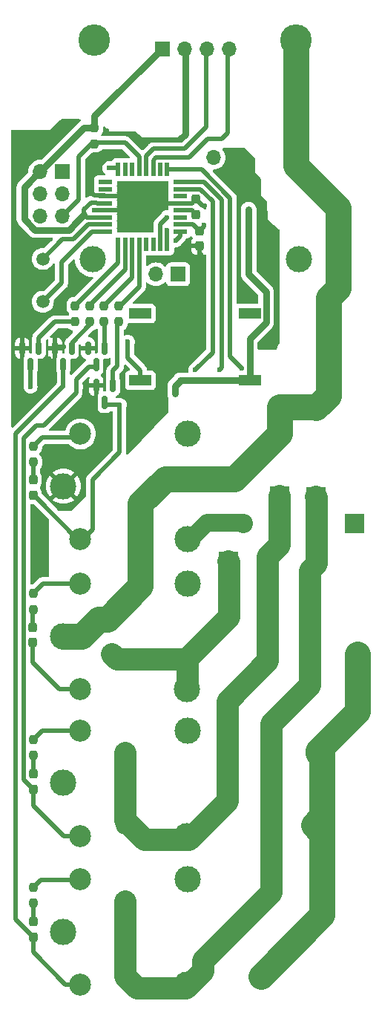
<source format=gbr>
%TF.GenerationSoftware,KiCad,Pcbnew,8.0.8-8.0.8-0~ubuntu24.04.1*%
%TF.CreationDate,2025-03-23T19:57:32+01:00*%
%TF.ProjectId,teaser,74656173-6572-42e6-9b69-6361645f7063,rev?*%
%TF.SameCoordinates,Original*%
%TF.FileFunction,Copper,L1,Top*%
%TF.FilePolarity,Positive*%
%FSLAX46Y46*%
G04 Gerber Fmt 4.6, Leading zero omitted, Abs format (unit mm)*
G04 Created by KiCad (PCBNEW 8.0.8-8.0.8-0~ubuntu24.04.1) date 2025-03-23 19:57:32*
%MOMM*%
%LPD*%
G01*
G04 APERTURE LIST*
G04 Aperture macros list*
%AMRoundRect*
0 Rectangle with rounded corners*
0 $1 Rounding radius*
0 $2 $3 $4 $5 $6 $7 $8 $9 X,Y pos of 4 corners*
0 Add a 4 corners polygon primitive as box body*
4,1,4,$2,$3,$4,$5,$6,$7,$8,$9,$2,$3,0*
0 Add four circle primitives for the rounded corners*
1,1,$1+$1,$2,$3*
1,1,$1+$1,$4,$5*
1,1,$1+$1,$6,$7*
1,1,$1+$1,$8,$9*
0 Add four rect primitives between the rounded corners*
20,1,$1+$1,$2,$3,$4,$5,0*
20,1,$1+$1,$4,$5,$6,$7,0*
20,1,$1+$1,$6,$7,$8,$9,0*
20,1,$1+$1,$8,$9,$2,$3,0*%
G04 Aperture macros list end*
%TA.AperFunction,SMDPad,CuDef*%
%ADD10RoundRect,0.150000X-0.150000X0.587500X-0.150000X-0.587500X0.150000X-0.587500X0.150000X0.587500X0*%
%TD*%
%TA.AperFunction,ComponentPad*%
%ADD11R,1.700000X1.700000*%
%TD*%
%TA.AperFunction,ComponentPad*%
%ADD12O,1.700000X1.700000*%
%TD*%
%TA.AperFunction,SMDPad,CuDef*%
%ADD13RoundRect,0.237500X-0.237500X0.300000X-0.237500X-0.300000X0.237500X-0.300000X0.237500X0.300000X0*%
%TD*%
%TA.AperFunction,SMDPad,CuDef*%
%ADD14RoundRect,0.237500X0.237500X-0.250000X0.237500X0.250000X-0.237500X0.250000X-0.237500X-0.250000X0*%
%TD*%
%TA.AperFunction,SMDPad,CuDef*%
%ADD15RoundRect,0.237500X-0.237500X0.250000X-0.237500X-0.250000X0.237500X-0.250000X0.237500X0.250000X0*%
%TD*%
%TA.AperFunction,ComponentPad*%
%ADD16C,3.600000*%
%TD*%
%TA.AperFunction,SMDPad,CuDef*%
%ADD17R,1.600000X0.550000*%
%TD*%
%TA.AperFunction,SMDPad,CuDef*%
%ADD18R,0.550000X1.600000*%
%TD*%
%TA.AperFunction,ComponentPad*%
%ADD19C,3.000000*%
%TD*%
%TA.AperFunction,ComponentPad*%
%ADD20C,2.500000*%
%TD*%
%TA.AperFunction,SMDPad,CuDef*%
%ADD21RoundRect,0.237500X0.237500X-0.300000X0.237500X0.300000X-0.237500X0.300000X-0.237500X-0.300000X0*%
%TD*%
%TA.AperFunction,SMDPad,CuDef*%
%ADD22RoundRect,0.237500X0.237500X-0.287500X0.237500X0.287500X-0.237500X0.287500X-0.237500X-0.287500X0*%
%TD*%
%TA.AperFunction,ComponentPad*%
%ADD23C,1.500000*%
%TD*%
%TA.AperFunction,ComponentPad*%
%ADD24R,2.200000X2.200000*%
%TD*%
%TA.AperFunction,ComponentPad*%
%ADD25O,2.200000X2.200000*%
%TD*%
%TA.AperFunction,SMDPad,CuDef*%
%ADD26R,2.500000X1.200000*%
%TD*%
%TA.AperFunction,ComponentPad*%
%ADD27C,2.200000*%
%TD*%
%TA.AperFunction,ViaPad*%
%ADD28C,0.600000*%
%TD*%
%TA.AperFunction,Conductor*%
%ADD29C,0.762000*%
%TD*%
%TA.AperFunction,Conductor*%
%ADD30C,0.508000*%
%TD*%
%TA.AperFunction,Conductor*%
%ADD31C,3.000000*%
%TD*%
%TA.AperFunction,Conductor*%
%ADD32C,2.500000*%
%TD*%
%TA.AperFunction,Conductor*%
%ADD33C,2.000000*%
%TD*%
G04 APERTURE END LIST*
D10*
%TO.P,Q3,1,B*%
%TO.N,Net-(Q3-B)*%
X124650000Y-82600000D03*
%TO.P,Q3,2,E*%
%TO.N,GND*%
X122750000Y-82600000D03*
%TO.P,Q3,3,C*%
%TO.N,Net-(D14-K)*%
X123700000Y-84475000D03*
%TD*%
D11*
%TO.P,J4,1,Pin_1*%
%TO.N,GND*%
X147140000Y-60900000D03*
D12*
%TO.P,J4,2,Pin_2*%
%TO.N,Net-(J4-Pin_2)*%
X144600000Y-60900000D03*
%TD*%
D13*
%TO.P,C4,1*%
%TO.N,GND*%
X142600000Y-65637500D03*
%TO.P,C4,2*%
%TO.N,Net-(U3-AREF)*%
X142600000Y-67362500D03*
%TD*%
D14*
%TO.P,R10,1*%
%TO.N,Net-(Q2-B)*%
X130480000Y-79625000D03*
%TO.P,R10,2*%
%TO.N,/CH2*%
X130480000Y-77800000D03*
%TD*%
D15*
%TO.P,R12,1*%
%TO.N,VCC*%
X131000000Y-57487500D03*
%TO.P,R12,2*%
%TO.N,/RESET*%
X131000000Y-59312500D03*
%TD*%
D16*
%TO.P,J2,1,Pin_1*%
%TO.N,Net-(D4-A)*%
X154000000Y-47500000D03*
%TO.P,J2,2,Pin_2*%
%TO.N,Net-(D2-K)*%
X131000000Y-47500000D03*
%TD*%
D17*
%TO.P,U3,1,PD3*%
%TO.N,unconnected-(U3-PD3-Pad1)*%
X132250000Y-63700000D03*
%TO.P,U3,2,PD4*%
%TO.N,unconnected-(U3-PD4-Pad2)*%
X132250000Y-64500000D03*
%TO.P,U3,3,GND*%
%TO.N,GND*%
X132250000Y-65300000D03*
%TO.P,U3,4,VCC*%
%TO.N,VCC*%
X132250000Y-66100000D03*
%TO.P,U3,5,GND*%
%TO.N,GND*%
X132250000Y-66900000D03*
%TO.P,U3,6,VCC*%
%TO.N,VCC*%
X132250000Y-67700000D03*
%TO.P,U3,7,XTAL1/PB6*%
%TO.N,Net-(U3-XTAL1{slash}PB6)*%
X132250000Y-68500000D03*
%TO.P,U3,8,XTAL2/PB7*%
%TO.N,Net-(U3-XTAL2{slash}PB7)*%
X132250000Y-69300000D03*
D18*
%TO.P,U3,9,PD5*%
%TO.N,/CH1*%
X133700000Y-70750000D03*
%TO.P,U3,10,PD6*%
%TO.N,/CH2*%
X134500000Y-70750000D03*
%TO.P,U3,11,PD7*%
%TO.N,/CH3*%
X135300000Y-70750000D03*
%TO.P,U3,12,PB0*%
%TO.N,/MEASURE_EN*%
X136100000Y-70750000D03*
%TO.P,U3,13,PB1*%
%TO.N,unconnected-(U3-PB1-Pad13)*%
X136900000Y-70750000D03*
%TO.P,U3,14,PB2*%
%TO.N,unconnected-(U3-PB2-Pad14)*%
X137700000Y-70750000D03*
%TO.P,U3,15,PB3*%
%TO.N,/MOSI*%
X138500000Y-70750000D03*
%TO.P,U3,16,PB4*%
%TO.N,/MISO*%
X139300000Y-70750000D03*
D17*
%TO.P,U3,17,PB5*%
%TO.N,/SCK*%
X140750000Y-69300000D03*
%TO.P,U3,18,AVCC*%
%TO.N,VCC*%
X140750000Y-68500000D03*
%TO.P,U3,19,ADC6*%
%TO.N,unconnected-(U3-ADC6-Pad19)*%
X140750000Y-67700000D03*
%TO.P,U3,20,AREF*%
%TO.N,Net-(U3-AREF)*%
X140750000Y-66900000D03*
%TO.P,U3,21,GND*%
%TO.N,GND*%
X140750000Y-66100000D03*
%TO.P,U3,22,ADC7*%
%TO.N,unconnected-(U3-ADC7-Pad22)*%
X140750000Y-65300000D03*
%TO.P,U3,23,PC0*%
%TO.N,/CH1_MEASURE*%
X140750000Y-64500000D03*
%TO.P,U3,24,PC1*%
%TO.N,/CH3_MEASURE*%
X140750000Y-63700000D03*
D18*
%TO.P,U3,25,PC2*%
%TO.N,/CH2_MEASURE*%
X139300000Y-62250000D03*
%TO.P,U3,26,PC3*%
%TO.N,unconnected-(U3-PC3-Pad26)*%
X138500000Y-62250000D03*
%TO.P,U3,27,PC4*%
%TO.N,/SDA*%
X137700000Y-62250000D03*
%TO.P,U3,28,PC5*%
%TO.N,/SCL*%
X136900000Y-62250000D03*
%TO.P,U3,29,~{RESET}/PC6*%
%TO.N,/RESET*%
X136100000Y-62250000D03*
%TO.P,U3,30,PD0*%
%TO.N,unconnected-(U3-PD0-Pad30)*%
X135300000Y-62250000D03*
%TO.P,U3,31,PD1*%
%TO.N,unconnected-(U3-PD1-Pad31)*%
X134500000Y-62250000D03*
%TO.P,U3,32,PD2*%
%TO.N,Net-(U3-PD2)*%
X133700000Y-62250000D03*
%TD*%
D19*
%TO.P,K1,1*%
%TO.N,GND*%
X127450000Y-98350000D03*
D20*
%TO.P,K1,2*%
%TO.N,Net-(D1-A)*%
X129400000Y-104400000D03*
D19*
%TO.P,K1,3*%
%TO.N,Net-(D2-A)*%
X141600000Y-104400000D03*
%TO.P,K1,4*%
%TO.N,unconnected-(K1-Pad4)*%
X141650000Y-92350000D03*
D20*
%TO.P,K1,5*%
%TO.N,VCC*%
X129400000Y-92400000D03*
%TD*%
D14*
%TO.P,R8,1*%
%TO.N,Net-(Q4-B)*%
X133800000Y-79612500D03*
%TO.P,R8,2*%
%TO.N,/MEASURE_EN*%
X133800000Y-77787500D03*
%TD*%
D19*
%TO.P,K2,1*%
%TO.N,Net-(D4-A)*%
X127400000Y-132200000D03*
D20*
%TO.P,K2,2*%
%TO.N,Net-(D12-K)*%
X129350000Y-138250000D03*
D19*
%TO.P,K2,3*%
%TO.N,/CH3_230*%
X141550000Y-138250000D03*
%TO.P,K2,4*%
%TO.N,unconnected-(K2-Pad4)*%
X141600000Y-126200000D03*
D20*
%TO.P,K2,5*%
%TO.N,VCC*%
X129350000Y-126250000D03*
%TD*%
D15*
%TO.P,R17,1*%
%TO.N,VCC*%
X124030000Y-93775000D03*
%TO.P,R17,2*%
%TO.N,Net-(D15-A)*%
X124030000Y-95600000D03*
%TD*%
D21*
%TO.P,C5,1*%
%TO.N,GND*%
X143000000Y-70962500D03*
%TO.P,C5,2*%
%TO.N,VCC*%
X143000000Y-69237500D03*
%TD*%
D22*
%TO.P,D14,1,K*%
%TO.N,Net-(D14-K)*%
X123980000Y-116187500D03*
%TO.P,D14,2,A*%
%TO.N,Net-(D14-A)*%
X123980000Y-114437500D03*
%TD*%
D10*
%TO.P,Q1,1,B*%
%TO.N,Net-(Q1-B)*%
X132150000Y-82600000D03*
%TO.P,Q1,2,E*%
%TO.N,GND*%
X130250000Y-82600000D03*
%TO.P,Q1,3,C*%
%TO.N,Net-(D12-K)*%
X131200000Y-84475000D03*
%TD*%
D19*
%TO.P,K4,1*%
%TO.N,Net-(D4-A)*%
X127400000Y-115450000D03*
D20*
%TO.P,K4,2*%
%TO.N,Net-(D14-K)*%
X129350000Y-121500000D03*
D19*
%TO.P,K4,3*%
%TO.N,/CH1_230*%
X141550000Y-121500000D03*
%TO.P,K4,4*%
%TO.N,unconnected-(K4-Pad4)*%
X141600000Y-109450000D03*
D20*
%TO.P,K4,5*%
%TO.N,VCC*%
X129350000Y-109500000D03*
%TD*%
D10*
%TO.P,Q4,1,B*%
%TO.N,Net-(Q4-B)*%
X133100000Y-86900000D03*
%TO.P,Q4,2,E*%
%TO.N,GND*%
X131200000Y-86900000D03*
%TO.P,Q4,3,C*%
%TO.N,Net-(D1-A)*%
X132150000Y-88775000D03*
%TD*%
D11*
%TO.P,SW1,1,A*%
%TO.N,Net-(J4-Pin_2)*%
X140550000Y-74200000D03*
D12*
%TO.P,SW1,2,B*%
%TO.N,Net-(Q6-D)*%
X138010000Y-74200000D03*
%TD*%
D19*
%TO.P,K3,1*%
%TO.N,Net-(D4-A)*%
X127400000Y-149150000D03*
D20*
%TO.P,K3,2*%
%TO.N,Net-(D13-K)*%
X129350000Y-155200000D03*
D19*
%TO.P,K3,3*%
%TO.N,/CH2_230*%
X141550000Y-155200000D03*
%TO.P,K3,4*%
%TO.N,unconnected-(K3-Pad4)*%
X141600000Y-143150000D03*
D20*
%TO.P,K3,5*%
%TO.N,VCC*%
X129350000Y-143200000D03*
%TD*%
D22*
%TO.P,D15,1,K*%
%TO.N,Net-(D1-A)*%
X124000000Y-99375000D03*
%TO.P,D15,2,A*%
%TO.N,Net-(D15-A)*%
X124000000Y-97625000D03*
%TD*%
D14*
%TO.P,R11,1*%
%TO.N,Net-(Q3-B)*%
X128800000Y-79625000D03*
%TO.P,R11,2*%
%TO.N,/CH1*%
X128800000Y-77800000D03*
%TD*%
D10*
%TO.P,Q2,1,B*%
%TO.N,Net-(Q2-B)*%
X128400000Y-82600000D03*
%TO.P,Q2,2,E*%
%TO.N,GND*%
X126500000Y-82600000D03*
%TO.P,Q2,3,C*%
%TO.N,Net-(D13-K)*%
X127450000Y-84475000D03*
%TD*%
D22*
%TO.P,D12,1,K*%
%TO.N,Net-(D12-K)*%
X124000000Y-132937500D03*
%TO.P,D12,2,A*%
%TO.N,Net-(D12-A)*%
X124000000Y-131187500D03*
%TD*%
D23*
%TO.P,Y1,2,2*%
%TO.N,Net-(U3-XTAL1{slash}PB6)*%
X125100000Y-72440000D03*
%TO.P,Y1,1,1*%
%TO.N,Net-(U3-XTAL2{slash}PB7)*%
X125100000Y-77320000D03*
%TD*%
D19*
%TO.P,J3,*%
%TO.N,*%
X130760000Y-72500000D03*
X154360000Y-72500000D03*
D11*
%TO.P,J3,1,Pin_1*%
%TO.N,VCC*%
X138760000Y-48500000D03*
D12*
%TO.P,J3,2,Pin_2*%
%TO.N,GND*%
X141300000Y-48500000D03*
%TO.P,J3,3,Pin_3*%
%TO.N,/SCL*%
X143840000Y-48500000D03*
%TO.P,J3,4,Pin_4*%
%TO.N,/SDA*%
X146380000Y-48500000D03*
%TD*%
D24*
%TO.P,D4,1,K*%
%TO.N,/CH3_230*%
X152100000Y-99500000D03*
D25*
%TO.P,D4,2,A*%
%TO.N,Net-(D4-A)*%
X152100000Y-89340000D03*
%TD*%
D15*
%TO.P,R16,1*%
%TO.N,VCC*%
X124000000Y-110587500D03*
%TO.P,R16,2*%
%TO.N,Net-(D14-A)*%
X124000000Y-112412500D03*
%TD*%
%TO.P,R15,1*%
%TO.N,VCC*%
X124000000Y-144087500D03*
%TO.P,R15,2*%
%TO.N,Net-(D13-A)*%
X124000000Y-145912500D03*
%TD*%
D14*
%TO.P,R9,1*%
%TO.N,Net-(Q1-B)*%
X132100000Y-79612500D03*
%TO.P,R9,2*%
%TO.N,/CH3*%
X132100000Y-77787500D03*
%TD*%
D26*
%TO.P,SW7,1,1*%
%TO.N,Net-(U3-PD2)*%
X136250000Y-86310000D03*
%TO.P,SW7,2,2*%
%TO.N,VCC*%
X148750000Y-86310000D03*
%TO.P,SW7,3*%
%TO.N,N/C*%
X136250000Y-78690000D03*
%TO.P,SW7,4*%
X148750000Y-78690000D03*
%TD*%
D22*
%TO.P,D13,1,K*%
%TO.N,Net-(D13-K)*%
X123990000Y-149762500D03*
%TO.P,D13,2,A*%
%TO.N,Net-(D13-A)*%
X123990000Y-148012500D03*
%TD*%
D15*
%TO.P,R14,1*%
%TO.N,VCC*%
X124000000Y-127237500D03*
%TO.P,R14,2*%
%TO.N,Net-(D12-A)*%
X124000000Y-129062500D03*
%TD*%
D24*
%TO.P,D5,1,K*%
%TO.N,/CH2_230*%
X156300000Y-99580000D03*
D25*
%TO.P,D5,2,A*%
%TO.N,Net-(D4-A)*%
X156300000Y-89420000D03*
%TD*%
D12*
%TO.P,J1,6,Pin_6*%
%TO.N,GND*%
X124800000Y-67580000D03*
%TO.P,J1,5,Pin_5*%
%TO.N,/RESET*%
X127340000Y-67580000D03*
%TO.P,J1,4,Pin_4*%
%TO.N,/MOSI*%
X124800000Y-65040000D03*
%TO.P,J1,3,Pin_3*%
%TO.N,/SCK*%
X127340000Y-65040000D03*
%TO.P,J1,2,Pin_2*%
%TO.N,VCC*%
X124800000Y-62500000D03*
D11*
%TO.P,J1,1,Pin_1*%
%TO.N,/MISO*%
X127340000Y-62500000D03*
%TD*%
D27*
%TO.P,C10,1*%
%TO.N,Net-(D2-K)*%
X150000000Y-154250000D03*
%TO.P,C10,2*%
%TO.N,/CH2_230*%
X134500000Y-154250000D03*
%TD*%
D24*
%TO.P,D2,1,K*%
%TO.N,Net-(D2-K)*%
X160700000Y-102600000D03*
D25*
%TO.P,D2,2,A*%
%TO.N,Net-(D2-A)*%
X148000000Y-102600000D03*
%TD*%
D27*
%TO.P,C11,1*%
%TO.N,Net-(D2-K)*%
X157000000Y-145750000D03*
%TO.P,C11,2*%
%TO.N,/CH2_230*%
X134500000Y-145750000D03*
%TD*%
%TO.P,C7,1*%
%TO.N,Net-(D2-K)*%
X156000000Y-137000000D03*
%TO.P,C7,2*%
%TO.N,/CH3_230*%
X134500000Y-137000000D03*
%TD*%
%TO.P,C12,1*%
%TO.N,Net-(D2-K)*%
X161000000Y-117500000D03*
%TO.P,C12,2*%
%TO.N,/CH1_230*%
X133000000Y-117500000D03*
%TD*%
%TO.P,C8,1*%
%TO.N,Net-(D2-K)*%
X156500000Y-128750000D03*
%TO.P,C8,2*%
%TO.N,/CH3_230*%
X134500000Y-128750000D03*
%TD*%
D24*
%TO.P,D7,1,K*%
%TO.N,/CH1_230*%
X146300000Y-106900000D03*
D25*
%TO.P,D7,2,A*%
%TO.N,Net-(D4-A)*%
X136140000Y-106900000D03*
%TD*%
D28*
%TO.N,GND*%
X131000000Y-62300000D03*
X129600000Y-95000000D03*
X127600000Y-78500000D03*
X143600000Y-66400000D03*
X137300000Y-72400000D03*
X125300000Y-106900000D03*
X131100000Y-82600000D03*
X137900000Y-84600000D03*
X136100000Y-66500000D03*
X142600000Y-79600000D03*
X143200000Y-72000000D03*
X129600000Y-96700000D03*
X124200000Y-108700000D03*
X122400000Y-58500000D03*
X151900000Y-80600000D03*
X135000000Y-94100000D03*
X150000000Y-68400000D03*
X138300000Y-77700000D03*
X140500000Y-71600000D03*
X136700000Y-80400000D03*
X135100000Y-92900000D03*
X122200000Y-90000000D03*
X127200000Y-91500000D03*
X131800000Y-92900000D03*
X129200000Y-74400000D03*
X132700000Y-94100000D03*
X141100000Y-76200000D03*
X148800000Y-77300000D03*
X127300000Y-94900000D03*
X125800000Y-83800000D03*
X134400000Y-68800000D03*
X127500000Y-82500000D03*
X136200000Y-92900000D03*
X134400000Y-64000000D03*
X132400000Y-57800000D03*
X122900000Y-80000000D03*
X126000000Y-86700000D03*
X140800000Y-58800000D03*
X123800000Y-74700000D03*
X136500000Y-59600000D03*
X151700000Y-75500000D03*
X131000000Y-66900000D03*
%TO.N,VCC*%
X148600000Y-67700000D03*
X148600000Y-66800000D03*
X131096000Y-66046000D03*
X140200000Y-87800000D03*
X130633159Y-67733159D03*
X148600000Y-68600000D03*
X143500000Y-68600000D03*
X140800000Y-86310000D03*
X140200000Y-86958096D03*
%TO.N,Net-(D1-A)*%
X133875000Y-89075000D03*
%TO.N,Net-(D12-K)*%
X128900000Y-87000000D03*
%TO.N,Net-(D13-K)*%
X127450000Y-86950000D03*
%TO.N,Net-(D14-K)*%
X123700000Y-87000000D03*
%TO.N,/CH1_MEASURE*%
X142500000Y-85100000D03*
%TO.N,/CH2_MEASURE*%
X147850000Y-84950000D03*
%TO.N,/CH3_MEASURE*%
X145250000Y-85100000D03*
%TO.N,/SCK*%
X140250000Y-70350000D03*
%TO.N,/MISO*%
X139300000Y-69200000D03*
%TO.N,/MOSI*%
X139300000Y-67700000D03*
%TO.N,Net-(U3-PD2)*%
X132700000Y-62100000D03*
X134800000Y-81900000D03*
%TD*%
D29*
%TO.N,VCC*%
X124800000Y-62500000D02*
X129812500Y-57487500D01*
X129812500Y-57487500D02*
X131000000Y-57487500D01*
D30*
%TO.N,/RESET*%
X129200000Y-64720000D02*
X129200000Y-65720000D01*
X129200000Y-65720000D02*
X127340000Y-67580000D01*
%TO.N,Net-(U3-XTAL1{slash}PB6)*%
X132250000Y-68500000D02*
X130300000Y-68500000D01*
X130300000Y-68500000D02*
X128600000Y-70200000D01*
X128600000Y-70200000D02*
X127340000Y-70200000D01*
X127340000Y-70200000D02*
X125100000Y-72440000D01*
%TO.N,Net-(U3-XTAL2{slash}PB7)*%
X127210000Y-75210000D02*
X125100000Y-77320000D01*
X132250000Y-69300000D02*
X130700000Y-69300000D01*
X130700000Y-69300000D02*
X127210000Y-72790000D01*
X127210000Y-72790000D02*
X127210000Y-75210000D01*
D29*
%TO.N,VCC*%
X129060000Y-68140000D02*
X128060000Y-69140000D01*
X123000000Y-64240000D02*
X124740000Y-62500000D01*
X128060000Y-69140000D02*
X124200000Y-69140000D01*
X124200000Y-69140000D02*
X123000000Y-67940000D01*
X123000000Y-67940000D02*
X123000000Y-64240000D01*
X124740000Y-62500000D02*
X124800000Y-62500000D01*
X129800000Y-67400000D02*
X129060000Y-68140000D01*
D30*
%TO.N,/RESET*%
X136100000Y-62250000D02*
X136100000Y-60800000D01*
X136100000Y-60800000D02*
X134500000Y-59200000D01*
X134500000Y-59200000D02*
X130800000Y-59200000D01*
X130800000Y-59200000D02*
X129200000Y-60800000D01*
X129200000Y-60800000D02*
X129200000Y-64720000D01*
%TO.N,GND*%
X130400000Y-64600000D02*
X130400000Y-64633000D01*
X142137500Y-66100000D02*
X140750000Y-66100000D01*
X130400000Y-64633000D02*
X130996000Y-65229000D01*
X143600000Y-66400000D02*
X143362500Y-66400000D01*
X143362500Y-66400000D02*
X142600000Y-65637500D01*
D29*
X141340000Y-58260000D02*
X140800000Y-58800000D01*
D30*
X140750000Y-66100000D02*
X138800000Y-66100000D01*
X132250000Y-65300000D02*
X134600000Y-65300000D01*
X130996000Y-65229000D02*
X132179000Y-65229000D01*
X126600000Y-82500000D02*
X126500000Y-82600000D01*
X131100000Y-82600000D02*
X130250000Y-82600000D01*
X132250000Y-66900000D02*
X134600000Y-66900000D01*
D29*
X141340000Y-48375000D02*
X141340000Y-58260000D01*
D30*
X134600000Y-66900000D02*
X134700000Y-67000000D01*
X132179000Y-65229000D02*
X132250000Y-65300000D01*
X127500000Y-82500000D02*
X126600000Y-82500000D01*
X142600000Y-65637500D02*
X142137500Y-66100000D01*
X131000000Y-66900000D02*
X132250000Y-66900000D01*
D29*
%TO.N,VCC*%
X131000000Y-56175000D02*
X138800000Y-48375000D01*
D30*
X130587682Y-66046000D02*
X129800000Y-66833682D01*
X131266318Y-66100000D02*
X132250000Y-66100000D01*
D29*
X148600000Y-66800000D02*
X148600000Y-68600000D01*
X148600000Y-74200000D02*
X150600000Y-76200000D01*
D30*
X130666318Y-67700000D02*
X132250000Y-67700000D01*
D29*
X150600000Y-79700000D02*
X148750000Y-81550000D01*
D30*
X124012500Y-127237500D02*
X125000000Y-126250000D01*
X131212318Y-66046000D02*
X131266318Y-66100000D01*
D29*
X131000000Y-57487500D02*
X131000000Y-56175000D01*
D30*
X130133159Y-67733159D02*
X129800000Y-67400000D01*
X124030000Y-93775000D02*
X125005000Y-92800000D01*
D29*
X140800000Y-86358096D02*
X140200000Y-86958096D01*
D30*
X125000000Y-126250000D02*
X129350000Y-126250000D01*
X124000000Y-110587500D02*
X125087500Y-109500000D01*
X142262500Y-68500000D02*
X143000000Y-69237500D01*
D29*
X148750000Y-81550000D02*
X148750000Y-86310000D01*
D30*
X130633159Y-67733159D02*
X130133159Y-67733159D01*
D29*
X140200000Y-86958096D02*
X140200000Y-87800000D01*
D30*
X129300000Y-143250000D02*
X129350000Y-143200000D01*
X143000000Y-69237500D02*
X143500000Y-68737500D01*
D29*
X140800000Y-86310000D02*
X148750000Y-86310000D01*
D30*
X124000000Y-144087500D02*
X124837500Y-143250000D01*
X130633159Y-67733159D02*
X130666318Y-67700000D01*
X131096000Y-66046000D02*
X131212318Y-66046000D01*
X125087500Y-109500000D02*
X129350000Y-109500000D01*
X140750000Y-68500000D02*
X142262500Y-68500000D01*
X129300000Y-92800000D02*
X129400000Y-92700000D01*
X129800000Y-66833682D02*
X129800000Y-67400000D01*
X124000000Y-127237500D02*
X124012500Y-127237500D01*
D29*
X148600000Y-68600000D02*
X148600000Y-74200000D01*
D30*
X131096000Y-66046000D02*
X130587682Y-66046000D01*
X124837500Y-143250000D02*
X129300000Y-143250000D01*
D29*
X140800000Y-86310000D02*
X140800000Y-86358096D01*
X150600000Y-76200000D02*
X150600000Y-79700000D01*
D30*
X143500000Y-68737500D02*
X143500000Y-68600000D01*
X125005000Y-92800000D02*
X129300000Y-92800000D01*
%TO.N,Net-(U3-AREF)*%
X142600000Y-67362500D02*
X142137500Y-66900000D01*
X142137500Y-66900000D02*
X140750000Y-66900000D01*
D31*
%TO.N,Net-(D2-K)*%
X161000000Y-124000000D02*
X156500000Y-128500000D01*
X157000000Y-138000000D02*
X156000000Y-137000000D01*
X157000000Y-136000000D02*
X157000000Y-128500000D01*
X157000000Y-145500000D02*
X157000000Y-138000000D01*
X157000000Y-128500000D02*
X157000000Y-145500000D01*
X156750000Y-128750000D02*
X157000000Y-128500000D01*
X150000000Y-154250000D02*
X157000000Y-147250000D01*
X156500000Y-128500000D02*
X156500000Y-128750000D01*
X156500000Y-128750000D02*
X156750000Y-128750000D01*
X161000000Y-117500000D02*
X161000000Y-124000000D01*
X157000000Y-147250000D02*
X157000000Y-145500000D01*
X156000000Y-137000000D02*
X157000000Y-136000000D01*
D32*
%TO.N,/CH3_230*%
X136700000Y-138700000D02*
X134500000Y-136500000D01*
X152100000Y-99500000D02*
X152100000Y-105100000D01*
X150800000Y-106400000D02*
X150800000Y-118300000D01*
X134500000Y-136500000D02*
X134500000Y-128750000D01*
X150800000Y-118300000D02*
X146200000Y-122900000D01*
X146200000Y-134300000D02*
X141800000Y-138700000D01*
X146200000Y-122900000D02*
X146200000Y-134300000D01*
X152100000Y-105100000D02*
X150800000Y-106400000D01*
X141800000Y-138700000D02*
X136700000Y-138700000D01*
%TO.N,/CH2_230*%
X143400000Y-153700000D02*
X143400000Y-152500000D01*
X143400000Y-152500000D02*
X151200000Y-144700000D01*
X134500000Y-154250000D02*
X135900000Y-155650000D01*
X151200000Y-144700000D02*
X151200000Y-125500000D01*
X155600000Y-108000000D02*
X156400000Y-107200000D01*
X156400000Y-99680000D02*
X156300000Y-99580000D01*
X155600000Y-121100000D02*
X155600000Y-108000000D01*
X135900000Y-155650000D02*
X141450000Y-155650000D01*
X134500000Y-145750000D02*
X134500000Y-154250000D01*
X151200000Y-125500000D02*
X155600000Y-121100000D01*
X141450000Y-155650000D02*
X143400000Y-153700000D01*
X156400000Y-107200000D02*
X156400000Y-99680000D01*
%TO.N,/CH1_230*%
X141650000Y-118050000D02*
X143200000Y-116500000D01*
X146400000Y-113300000D02*
X143200000Y-116500000D01*
X133600000Y-118100000D02*
X133000000Y-117500000D01*
X141650000Y-121400000D02*
X141650000Y-118050000D01*
X143200000Y-116500000D02*
X141600000Y-118100000D01*
X141550000Y-121500000D02*
X141650000Y-121400000D01*
X141600000Y-118100000D02*
X133600000Y-118100000D01*
X146300000Y-106900000D02*
X146400000Y-107000000D01*
X146400000Y-107000000D02*
X146400000Y-113300000D01*
D30*
%TO.N,Net-(U3-XTAL1{slash}PB6)*%
X124610000Y-72430000D02*
X124600000Y-72440000D01*
%TO.N,Net-(D1-A)*%
X133875000Y-94525000D02*
X130800000Y-97600000D01*
X124075000Y-99375000D02*
X124000000Y-99375000D01*
X133875000Y-89075000D02*
X133875000Y-94525000D01*
X130800000Y-97600000D02*
X130800000Y-103300000D01*
X130800000Y-103300000D02*
X129400000Y-104700000D01*
X133875000Y-89075000D02*
X132150000Y-89075000D01*
X129400000Y-104700000D02*
X124075000Y-99375000D01*
D33*
%TO.N,Net-(D2-A)*%
X143800000Y-102500000D02*
X141600000Y-104700000D01*
X148050000Y-102500000D02*
X143800000Y-102500000D01*
D30*
%TO.N,Net-(D12-K)*%
X122900000Y-131837500D02*
X124000000Y-132937500D01*
X128900000Y-87700000D02*
X125200000Y-91400000D01*
X127500000Y-138250000D02*
X129350000Y-138250000D01*
X124400000Y-91400000D02*
X122900000Y-92900000D01*
X124000000Y-132937500D02*
X124000000Y-134750000D01*
X128900000Y-87000000D02*
X128900000Y-87700000D01*
X122900000Y-92900000D02*
X122900000Y-131837500D01*
X128900000Y-87000000D02*
X128900000Y-86200000D01*
X125200000Y-91400000D02*
X124400000Y-91400000D01*
X124000000Y-134750000D02*
X127500000Y-138250000D01*
X130375000Y-84725000D02*
X131200000Y-84725000D01*
X128900000Y-86200000D02*
X130375000Y-84725000D01*
D31*
%TO.N,Net-(D4-A)*%
X147000000Y-97500000D02*
X152100000Y-92400000D01*
X136250000Y-100350000D02*
X139100000Y-97500000D01*
X139100000Y-97500000D02*
X147000000Y-97500000D01*
X157700000Y-88020000D02*
X157700000Y-76900000D01*
X158800000Y-75800000D02*
X158800000Y-66600000D01*
X156300000Y-89420000D02*
X157700000Y-88020000D01*
X131500000Y-113500000D02*
X132500000Y-113500000D01*
X152100000Y-89340000D02*
X156220000Y-89340000D01*
X158800000Y-66600000D02*
X154000000Y-61800000D01*
X127400000Y-115450000D02*
X129550000Y-115450000D01*
X132500000Y-113500000D02*
X136250000Y-109750000D01*
X136250000Y-109750000D02*
X136250000Y-100350000D01*
X157700000Y-76900000D02*
X158800000Y-75800000D01*
X129550000Y-115450000D02*
X131500000Y-113500000D01*
X154000000Y-61800000D02*
X154000000Y-47500000D01*
X152100000Y-92400000D02*
X152100000Y-89340000D01*
D30*
%TO.N,Net-(D13-K)*%
X123990000Y-151490000D02*
X127700000Y-155200000D01*
X122000000Y-92400000D02*
X122000000Y-147772500D01*
X127450000Y-86950000D02*
X122000000Y-92400000D01*
X127700000Y-155200000D02*
X129350000Y-155200000D01*
X122000000Y-147772500D02*
X123990000Y-149762500D01*
X123990000Y-149762500D02*
X123990000Y-151490000D01*
X127450000Y-86950000D02*
X127450000Y-84725000D01*
D29*
%TO.N,Net-(D14-K)*%
X129350000Y-121500000D02*
X129292500Y-121500000D01*
D30*
X127000000Y-121500000D02*
X123980000Y-118480000D01*
X129350000Y-121500000D02*
X127000000Y-121500000D01*
X123700000Y-87000000D02*
X123700000Y-84725000D01*
X123980000Y-118480000D02*
X123980000Y-116187500D01*
%TO.N,/CH1_MEASURE*%
X144500000Y-65900000D02*
X143100000Y-64500000D01*
X144500000Y-83100000D02*
X144500000Y-65900000D01*
X142500000Y-85100000D02*
X144500000Y-83100000D01*
X143100000Y-64500000D02*
X140750000Y-64500000D01*
%TO.N,/CH2_MEASURE*%
X146500000Y-65500000D02*
X143250000Y-62250000D01*
X147850000Y-84950000D02*
X146500000Y-83600000D01*
X143250000Y-62250000D02*
X139300000Y-62250000D01*
X146500000Y-83600000D02*
X146500000Y-65500000D01*
%TO.N,/CH3_MEASURE*%
X145500000Y-84850000D02*
X145500000Y-65700000D01*
X145500000Y-65700000D02*
X143500000Y-63700000D01*
X143500000Y-63700000D02*
X140750000Y-63700000D01*
X145250000Y-85100000D02*
X145500000Y-84850000D01*
%TO.N,Net-(D12-A)*%
X124000000Y-131187500D02*
X124000000Y-129062500D01*
%TO.N,Net-(D13-A)*%
X124000000Y-148002500D02*
X123990000Y-148012500D01*
X124000000Y-145912500D02*
X124000000Y-148002500D01*
%TO.N,Net-(D14-A)*%
X123980000Y-112432500D02*
X124000000Y-112412500D01*
X123980000Y-114437500D02*
X123980000Y-112432500D01*
%TO.N,Net-(D15-A)*%
X124030000Y-95600000D02*
X124030000Y-97595000D01*
X124030000Y-97595000D02*
X124000000Y-97625000D01*
%TO.N,/SCK*%
X140750000Y-69850000D02*
X140750000Y-69300000D01*
X140250000Y-70350000D02*
X140750000Y-69850000D01*
%TO.N,/MISO*%
X139300000Y-70750000D02*
X139300000Y-69200000D01*
%TO.N,/MOSI*%
X138500000Y-68500000D02*
X138500000Y-70750000D01*
X139300000Y-67700000D02*
X138500000Y-68500000D01*
%TO.N,/SDA*%
X143900000Y-58800000D02*
X145500000Y-58800000D01*
X146200000Y-48605000D02*
X146305000Y-48500000D01*
X141800000Y-60900000D02*
X143900000Y-58800000D01*
X145500000Y-58800000D02*
X146200000Y-58100000D01*
X146200000Y-58100000D02*
X146200000Y-48605000D01*
X137700000Y-61200000D02*
X138000000Y-60900000D01*
X137700000Y-62250000D02*
X137700000Y-61200000D01*
X138000000Y-60900000D02*
X141800000Y-60900000D01*
%TO.N,/SCL*%
X143765000Y-57435000D02*
X143765000Y-48500000D01*
X141300000Y-59900000D02*
X143765000Y-57435000D01*
X136900000Y-60700000D02*
X137700000Y-59900000D01*
X137700000Y-59900000D02*
X141300000Y-59900000D01*
X136900000Y-62250000D02*
X136900000Y-60700000D01*
%TO.N,Net-(Q1-B)*%
X132150000Y-79662500D02*
X132100000Y-79612500D01*
X132150000Y-82600000D02*
X132150000Y-79662500D01*
%TO.N,Net-(Q2-B)*%
X130480000Y-79625000D02*
X130480000Y-79920000D01*
X130480000Y-79920000D02*
X128400000Y-82000000D01*
X128400000Y-82000000D02*
X128400000Y-82600000D01*
%TO.N,Net-(Q3-B)*%
X126475000Y-79625000D02*
X124650000Y-81450000D01*
X124650000Y-81450000D02*
X124650000Y-82600000D01*
X128200000Y-79625000D02*
X126475000Y-79625000D01*
%TO.N,Net-(Q4-B)*%
X133600000Y-84700000D02*
X133600000Y-79812500D01*
X133100000Y-87200000D02*
X133100000Y-85200000D01*
X133600000Y-79812500D02*
X133800000Y-79612500D01*
X133100000Y-85200000D02*
X133600000Y-84700000D01*
%TO.N,Net-(U3-PD2)*%
X134800000Y-81900000D02*
X134800000Y-83700000D01*
X132700000Y-62100000D02*
X133550000Y-62100000D01*
X133550000Y-62100000D02*
X133700000Y-62250000D01*
X136250000Y-85150000D02*
X136250000Y-86310000D01*
X134800000Y-83700000D02*
X136250000Y-85150000D01*
%TO.N,/MEASURE_EN*%
X136100000Y-70750000D02*
X136100000Y-75600000D01*
X136100000Y-75600000D02*
X133912500Y-77787500D01*
%TO.N,/CH3*%
X135300000Y-70750000D02*
X135300000Y-74587500D01*
X135300000Y-74587500D02*
X132100000Y-77787500D01*
%TO.N,/CH2*%
X134500000Y-73700000D02*
X132500000Y-75700000D01*
X130480000Y-77720000D02*
X130480000Y-77800000D01*
X134500000Y-70750000D02*
X134500000Y-73700000D01*
X132500000Y-75700000D02*
X130480000Y-77720000D01*
%TO.N,/CH1*%
X133700000Y-72900000D02*
X133700000Y-70750000D01*
X131800000Y-74800000D02*
X133700000Y-72900000D01*
X128800000Y-77800000D02*
X131800000Y-74800000D01*
%TD*%
%TA.AperFunction,Conductor*%
%TO.N,GND*%
G36*
X124049151Y-100420184D02*
G01*
X124069793Y-100436818D01*
X125763681Y-102130706D01*
X125797166Y-102192028D01*
X125800000Y-102218386D01*
X125800000Y-108621500D01*
X125780315Y-108688539D01*
X125727511Y-108734294D01*
X125676000Y-108745500D01*
X125013183Y-108745500D01*
X124867427Y-108774493D01*
X124867419Y-108774495D01*
X124730108Y-108831371D01*
X124606535Y-108913939D01*
X124606534Y-108913940D01*
X124553988Y-108966487D01*
X124501441Y-109019034D01*
X124501439Y-109019036D01*
X123957292Y-109563181D01*
X123895969Y-109596666D01*
X123869611Y-109599500D01*
X123778500Y-109599500D01*
X123711461Y-109579815D01*
X123665706Y-109527011D01*
X123654500Y-109475500D01*
X123654500Y-100524499D01*
X123674185Y-100457460D01*
X123726989Y-100411705D01*
X123778496Y-100400499D01*
X123982112Y-100400499D01*
X124049151Y-100420184D01*
G37*
%TD.AperFunction*%
%TA.AperFunction,Conductor*%
G36*
X132792365Y-83736275D02*
G01*
X132836129Y-83790741D01*
X132845500Y-83838030D01*
X132845500Y-84336112D01*
X132825815Y-84403151D01*
X132809181Y-84423793D01*
X132513943Y-84719030D01*
X132513942Y-84719031D01*
X132431372Y-84842607D01*
X132431371Y-84842609D01*
X132431370Y-84842611D01*
X132415916Y-84879921D01*
X132415916Y-84879922D01*
X132386889Y-84949999D01*
X132374495Y-84979919D01*
X132374493Y-84979925D01*
X132345499Y-85125685D01*
X132345499Y-85280425D01*
X132345500Y-85280446D01*
X132345500Y-86043941D01*
X132340576Y-86078536D01*
X132302402Y-86209926D01*
X132302401Y-86209932D01*
X132299500Y-86246798D01*
X132299500Y-87413000D01*
X132279815Y-87480039D01*
X132227011Y-87525794D01*
X132175500Y-87537000D01*
X132124000Y-87537000D01*
X132056961Y-87517315D01*
X132011206Y-87464511D01*
X132000000Y-87413000D01*
X132000000Y-87150000D01*
X131450000Y-87150000D01*
X131450000Y-87805684D01*
X131432733Y-87868804D01*
X131398254Y-87927105D01*
X131398254Y-87927106D01*
X131352402Y-88084926D01*
X131352401Y-88084932D01*
X131349500Y-88121798D01*
X131349500Y-89428201D01*
X131352401Y-89465067D01*
X131352402Y-89465073D01*
X131398254Y-89622893D01*
X131398255Y-89622896D01*
X131481917Y-89764362D01*
X131481923Y-89764370D01*
X131598129Y-89880576D01*
X131598133Y-89880579D01*
X131598135Y-89880581D01*
X131739602Y-89964244D01*
X131781224Y-89976336D01*
X131897426Y-90010097D01*
X131897429Y-90010097D01*
X131897431Y-90010098D01*
X131934306Y-90013000D01*
X131934314Y-90013000D01*
X132365686Y-90013000D01*
X132365694Y-90013000D01*
X132402569Y-90010098D01*
X132402571Y-90010097D01*
X132402573Y-90010097D01*
X132444191Y-89998005D01*
X132560398Y-89964244D01*
X132701865Y-89880581D01*
X132701870Y-89880576D01*
X132716628Y-89865819D01*
X132777951Y-89832334D01*
X132804309Y-89829500D01*
X132996500Y-89829500D01*
X133063539Y-89849185D01*
X133109294Y-89901989D01*
X133120500Y-89953500D01*
X133120500Y-94161112D01*
X133100815Y-94228151D01*
X133084181Y-94248793D01*
X130213943Y-97119030D01*
X130213942Y-97119031D01*
X130131372Y-97242607D01*
X130131366Y-97242618D01*
X130074496Y-97379916D01*
X130074493Y-97379926D01*
X130045499Y-97525685D01*
X130045499Y-97680425D01*
X130045500Y-97680446D01*
X130045500Y-99432598D01*
X130025815Y-99499637D01*
X130008416Y-99521038D01*
X128336184Y-101164440D01*
X128274572Y-101197391D01*
X128249268Y-101200000D01*
X127018386Y-101200000D01*
X126951347Y-101180315D01*
X126930705Y-101163681D01*
X126766524Y-100999500D01*
X125011818Y-99244793D01*
X124978333Y-99183470D01*
X124975499Y-99157112D01*
X124975499Y-99038330D01*
X124975498Y-99038313D01*
X124965174Y-98937247D01*
X124957767Y-98914895D01*
X124910908Y-98773484D01*
X124820340Y-98626650D01*
X124781371Y-98587681D01*
X124747886Y-98526358D01*
X124752870Y-98456666D01*
X124781371Y-98412319D01*
X124820340Y-98373350D01*
X124834744Y-98349998D01*
X125444891Y-98349998D01*
X125444891Y-98350001D01*
X125465300Y-98635362D01*
X125526109Y-98914895D01*
X125626091Y-99182958D01*
X125763191Y-99434038D01*
X125763196Y-99434046D01*
X125869882Y-99576562D01*
X125869883Y-99576563D01*
X126848958Y-98597488D01*
X126873978Y-98657890D01*
X126945112Y-98764351D01*
X127035649Y-98854888D01*
X127142110Y-98926022D01*
X127202511Y-98951041D01*
X126223435Y-99930115D01*
X126223436Y-99930116D01*
X126365953Y-100036803D01*
X126365961Y-100036808D01*
X126617042Y-100173908D01*
X126617041Y-100173908D01*
X126885104Y-100273890D01*
X127164637Y-100334699D01*
X127449999Y-100355109D01*
X127450001Y-100355109D01*
X127735362Y-100334699D01*
X128014895Y-100273890D01*
X128282958Y-100173908D01*
X128534038Y-100036808D01*
X128534039Y-100036807D01*
X128676563Y-99930115D01*
X127697488Y-98951041D01*
X127757890Y-98926022D01*
X127864351Y-98854888D01*
X127954888Y-98764351D01*
X128026022Y-98657890D01*
X128051041Y-98597488D01*
X129030115Y-99576563D01*
X129136807Y-99434039D01*
X129136808Y-99434038D01*
X129273908Y-99182958D01*
X129373890Y-98914895D01*
X129434699Y-98635362D01*
X129455109Y-98350001D01*
X129455109Y-98349998D01*
X129434699Y-98064637D01*
X129373890Y-97785104D01*
X129273908Y-97517041D01*
X129136808Y-97265961D01*
X129136803Y-97265953D01*
X129030116Y-97123436D01*
X129030115Y-97123435D01*
X128051041Y-98102510D01*
X128026022Y-98042110D01*
X127954888Y-97935649D01*
X127864351Y-97845112D01*
X127757890Y-97773978D01*
X127697487Y-97748958D01*
X128676563Y-96769883D01*
X128676562Y-96769882D01*
X128534046Y-96663196D01*
X128534038Y-96663191D01*
X128282957Y-96526091D01*
X128282958Y-96526091D01*
X128014895Y-96426109D01*
X127735362Y-96365300D01*
X127450001Y-96344891D01*
X127449999Y-96344891D01*
X127164637Y-96365300D01*
X126885104Y-96426109D01*
X126617041Y-96526091D01*
X126365961Y-96663191D01*
X126365953Y-96663196D01*
X126223435Y-96769882D01*
X127202512Y-97748958D01*
X127142110Y-97773978D01*
X127035649Y-97845112D01*
X126945112Y-97935649D01*
X126873978Y-98042110D01*
X126848958Y-98102511D01*
X125869882Y-97123435D01*
X125763196Y-97265953D01*
X125763191Y-97265961D01*
X125626091Y-97517041D01*
X125526109Y-97785104D01*
X125465300Y-98064637D01*
X125444891Y-98349998D01*
X124834744Y-98349998D01*
X124910908Y-98226516D01*
X124965174Y-98062753D01*
X124975500Y-97961677D01*
X124975499Y-97288324D01*
X124970829Y-97242611D01*
X124965174Y-97187247D01*
X124944029Y-97123436D01*
X124910908Y-97023484D01*
X124820340Y-96876650D01*
X124820339Y-96876649D01*
X124820338Y-96876647D01*
X124815862Y-96870987D01*
X124816981Y-96870101D01*
X124787334Y-96815806D01*
X124784500Y-96789448D01*
X124784500Y-96428052D01*
X124804185Y-96361013D01*
X124820819Y-96340371D01*
X124850340Y-96310850D01*
X124940908Y-96164016D01*
X124995174Y-96000253D01*
X125005500Y-95899177D01*
X125005499Y-95300824D01*
X124995174Y-95199747D01*
X124940908Y-95035984D01*
X124850340Y-94889150D01*
X124736371Y-94775181D01*
X124702886Y-94713858D01*
X124707870Y-94644166D01*
X124736371Y-94599819D01*
X124736879Y-94599311D01*
X124850340Y-94485850D01*
X124940908Y-94339016D01*
X124995174Y-94175253D01*
X125005500Y-94074177D01*
X125005499Y-93917885D01*
X125025183Y-93850846D01*
X125041809Y-93830213D01*
X125281206Y-93590816D01*
X125342528Y-93557334D01*
X125368886Y-93554500D01*
X128022461Y-93554500D01*
X128089500Y-93574185D01*
X128109610Y-93591021D01*
X128109793Y-93590825D01*
X128251006Y-93721851D01*
X128305521Y-93772433D01*
X128522296Y-93920228D01*
X128522301Y-93920230D01*
X128522302Y-93920231D01*
X128522303Y-93920232D01*
X128647843Y-93980688D01*
X128758673Y-94034061D01*
X128758674Y-94034061D01*
X128758677Y-94034063D01*
X129009385Y-94111396D01*
X129268818Y-94150500D01*
X129531182Y-94150500D01*
X129790615Y-94111396D01*
X130041323Y-94034063D01*
X130277704Y-93920228D01*
X130494479Y-93772433D01*
X130686805Y-93593981D01*
X130850386Y-93388857D01*
X130981568Y-93161643D01*
X131077420Y-92917416D01*
X131135802Y-92661630D01*
X131155408Y-92400000D01*
X131135802Y-92138370D01*
X131077420Y-91882584D01*
X130981568Y-91638357D01*
X130850386Y-91411143D01*
X130686805Y-91206019D01*
X130686804Y-91206018D01*
X130686801Y-91206014D01*
X130494479Y-91027567D01*
X130464201Y-91006924D01*
X130277704Y-90879772D01*
X130277700Y-90879770D01*
X130277697Y-90879768D01*
X130277696Y-90879767D01*
X130041325Y-90765938D01*
X130041327Y-90765938D01*
X129790623Y-90688606D01*
X129790619Y-90688605D01*
X129790615Y-90688604D01*
X129665823Y-90669794D01*
X129531187Y-90649500D01*
X129531182Y-90649500D01*
X129268818Y-90649500D01*
X129268812Y-90649500D01*
X129107247Y-90673853D01*
X129009385Y-90688604D01*
X129009382Y-90688605D01*
X129009376Y-90688606D01*
X128758673Y-90765938D01*
X128522303Y-90879767D01*
X128522302Y-90879768D01*
X128305520Y-91027567D01*
X128113198Y-91206014D01*
X127949614Y-91411143D01*
X127818432Y-91638356D01*
X127722582Y-91882578D01*
X127722577Y-91882595D01*
X127707399Y-91949093D01*
X127673290Y-92010071D01*
X127611628Y-92042929D01*
X127586508Y-92045500D01*
X125920888Y-92045500D01*
X125853849Y-92025815D01*
X125808094Y-91973011D01*
X125798150Y-91903853D01*
X125827175Y-91840297D01*
X125833207Y-91833819D01*
X128044131Y-89622893D01*
X129380963Y-88286060D01*
X129380966Y-88286059D01*
X129486059Y-88180966D01*
X129568629Y-88057390D01*
X129625505Y-87920080D01*
X129654500Y-87774312D01*
X129654500Y-87553149D01*
X130400000Y-87553149D01*
X130402899Y-87589989D01*
X130402900Y-87589995D01*
X130448716Y-87747693D01*
X130448717Y-87747696D01*
X130532314Y-87889052D01*
X130532321Y-87889061D01*
X130648438Y-88005178D01*
X130648447Y-88005185D01*
X130789801Y-88088781D01*
X130947514Y-88134600D01*
X130947511Y-88134600D01*
X130949998Y-88134795D01*
X130950000Y-88134795D01*
X130950000Y-87150000D01*
X130400000Y-87150000D01*
X130400000Y-87553149D01*
X129654500Y-87553149D01*
X129654500Y-87288537D01*
X129661459Y-87247582D01*
X129681083Y-87191500D01*
X129685368Y-87179255D01*
X129703595Y-87017483D01*
X129705565Y-87000003D01*
X129705565Y-86999996D01*
X129685369Y-86820750D01*
X129685368Y-86820745D01*
X129661458Y-86752414D01*
X129654500Y-86711459D01*
X129654500Y-86563886D01*
X129674185Y-86496847D01*
X129690815Y-86476209D01*
X130243992Y-85923031D01*
X130305315Y-85889547D01*
X130375007Y-85894531D01*
X130430940Y-85936403D01*
X130455357Y-86001867D01*
X130450750Y-86045307D01*
X130402899Y-86210010D01*
X130400000Y-86246850D01*
X130400000Y-86650000D01*
X132000000Y-86650000D01*
X132000000Y-86246865D01*
X131999999Y-86246850D01*
X131997100Y-86210010D01*
X131997099Y-86210004D01*
X131951283Y-86052306D01*
X131951282Y-86052303D01*
X131867685Y-85910947D01*
X131867678Y-85910938D01*
X131751561Y-85794821D01*
X131751550Y-85794813D01*
X131751055Y-85794520D01*
X131750746Y-85794189D01*
X131745393Y-85790037D01*
X131746062Y-85789173D01*
X131703373Y-85743450D01*
X131690871Y-85674708D01*
X131717518Y-85610119D01*
X131745859Y-85585563D01*
X131745702Y-85585361D01*
X131749435Y-85582465D01*
X131751061Y-85581055D01*
X131751865Y-85580581D01*
X131868081Y-85464365D01*
X131951744Y-85322898D01*
X131991791Y-85185057D01*
X131997597Y-85165073D01*
X131997597Y-85165071D01*
X131997598Y-85165069D01*
X132000500Y-85128194D01*
X132000500Y-83962000D01*
X132020185Y-83894961D01*
X132072989Y-83849206D01*
X132124500Y-83838000D01*
X132365686Y-83838000D01*
X132365694Y-83838000D01*
X132402569Y-83835098D01*
X132402571Y-83835097D01*
X132402573Y-83835097D01*
X132448347Y-83821798D01*
X132560398Y-83789244D01*
X132658380Y-83731297D01*
X132726103Y-83714115D01*
X132792365Y-83736275D01*
G37*
%TD.AperFunction*%
%TA.AperFunction,Conductor*%
G36*
X142112258Y-69895442D02*
G01*
X142130114Y-69918023D01*
X142173045Y-69987625D01*
X142179661Y-69998351D01*
X142193982Y-70012672D01*
X142227467Y-70073995D01*
X142222483Y-70143687D01*
X142193985Y-70188032D01*
X142180052Y-70201965D01*
X142089551Y-70348688D01*
X142089546Y-70348699D01*
X142035319Y-70512347D01*
X142025000Y-70613345D01*
X142025000Y-70712500D01*
X142876000Y-70712500D01*
X142943039Y-70732185D01*
X142988794Y-70784989D01*
X143000000Y-70836500D01*
X143000000Y-70962500D01*
X143126000Y-70962500D01*
X143193039Y-70982185D01*
X143238794Y-71034989D01*
X143250000Y-71086500D01*
X143250000Y-71999999D01*
X143286640Y-71999999D01*
X143286654Y-71999998D01*
X143387652Y-71989680D01*
X143551300Y-71935453D01*
X143551308Y-71935449D01*
X143556398Y-71932310D01*
X143623789Y-71913866D01*
X143690454Y-71934785D01*
X143735226Y-71988425D01*
X143745500Y-72037845D01*
X143745500Y-82736112D01*
X143725815Y-82803151D01*
X143709181Y-82823793D01*
X142181357Y-84351616D01*
X142155869Y-84369705D01*
X142156373Y-84370507D01*
X141997737Y-84470184D01*
X141870184Y-84597737D01*
X141774211Y-84750476D01*
X141714631Y-84920745D01*
X141714630Y-84920750D01*
X141694435Y-85099996D01*
X141694435Y-85100003D01*
X141715411Y-85286175D01*
X141713514Y-85286388D01*
X141709824Y-85346643D01*
X141668527Y-85403002D01*
X141603316Y-85428087D01*
X141593205Y-85428500D01*
X140713178Y-85428500D01*
X140542881Y-85462374D01*
X140542871Y-85462377D01*
X140382459Y-85528821D01*
X140382446Y-85528828D01*
X140238077Y-85625293D01*
X140238073Y-85625296D01*
X140115296Y-85748073D01*
X140115293Y-85748077D01*
X140025231Y-85882864D01*
X140009810Y-85901654D01*
X139515293Y-86396171D01*
X139447429Y-86497737D01*
X139447430Y-86497738D01*
X139418827Y-86540545D01*
X139418823Y-86540552D01*
X139352376Y-86700971D01*
X139352374Y-86700977D01*
X139318500Y-86871273D01*
X139318500Y-86871276D01*
X139318500Y-87886820D01*
X139318500Y-87886822D01*
X139318499Y-87886822D01*
X139352374Y-88057118D01*
X139352377Y-88057128D01*
X139390561Y-88149312D01*
X139400000Y-88196764D01*
X139400000Y-89949976D01*
X139380315Y-90017015D01*
X139365290Y-90036019D01*
X134834867Y-94737401D01*
X134774174Y-94772015D01*
X134704402Y-94768322D01*
X134647703Y-94727494D01*
X134622078Y-94662493D01*
X134623959Y-94627167D01*
X134629501Y-94599312D01*
X134629501Y-94450688D01*
X134629501Y-94445578D01*
X134629500Y-94445552D01*
X134629500Y-89363537D01*
X134636459Y-89322582D01*
X134660368Y-89254255D01*
X134661174Y-89247094D01*
X134680565Y-89075003D01*
X134680565Y-89074996D01*
X134660369Y-88895750D01*
X134660368Y-88895745D01*
X134600788Y-88725476D01*
X134504815Y-88572737D01*
X134377262Y-88445184D01*
X134224523Y-88349211D01*
X134054254Y-88289631D01*
X134054249Y-88289630D01*
X133875004Y-88269435D01*
X133874996Y-88269435D01*
X133695750Y-88289630D01*
X133695737Y-88289633D01*
X133627415Y-88313541D01*
X133586460Y-88320500D01*
X133572633Y-88320500D01*
X133505594Y-88300815D01*
X133459839Y-88248011D01*
X133449895Y-88178853D01*
X133478920Y-88115297D01*
X133509512Y-88089768D01*
X133517699Y-88084926D01*
X133651865Y-88005581D01*
X133768081Y-87889365D01*
X133851744Y-87747898D01*
X133897598Y-87590069D01*
X133900500Y-87553194D01*
X133900500Y-86246806D01*
X133897598Y-86209931D01*
X133859424Y-86078536D01*
X133854500Y-86043941D01*
X133854500Y-85563885D01*
X133874185Y-85496846D01*
X133890815Y-85476208D01*
X134080963Y-85286060D01*
X134080966Y-85286059D01*
X134186059Y-85180966D01*
X134251925Y-85082390D01*
X134268630Y-85057389D01*
X134301946Y-84976955D01*
X134325505Y-84920080D01*
X134340915Y-84842610D01*
X134354501Y-84774312D01*
X134354501Y-84625688D01*
X134354501Y-84620887D01*
X134374186Y-84553848D01*
X134426990Y-84508093D01*
X134496148Y-84498149D01*
X134559704Y-84527174D01*
X134566182Y-84533206D01*
X135031085Y-84998109D01*
X135064570Y-85059432D01*
X135059586Y-85129124D01*
X135017714Y-85185057D01*
X134955340Y-85208321D01*
X134955429Y-85209146D01*
X134892516Y-85215908D01*
X134757671Y-85266202D01*
X134757664Y-85266206D01*
X134642455Y-85352452D01*
X134642452Y-85352455D01*
X134556206Y-85467664D01*
X134556202Y-85467671D01*
X134505908Y-85602517D01*
X134500774Y-85650278D01*
X134499501Y-85662123D01*
X134499500Y-85662135D01*
X134499500Y-86957870D01*
X134499501Y-86957876D01*
X134505908Y-87017483D01*
X134556202Y-87152328D01*
X134556206Y-87152335D01*
X134642452Y-87267544D01*
X134642455Y-87267547D01*
X134757664Y-87353793D01*
X134757671Y-87353797D01*
X134892517Y-87404091D01*
X134892516Y-87404091D01*
X134899444Y-87404835D01*
X134952127Y-87410500D01*
X137547872Y-87410499D01*
X137607483Y-87404091D01*
X137742331Y-87353796D01*
X137857546Y-87267546D01*
X137943796Y-87152331D01*
X137994091Y-87017483D01*
X138000500Y-86957873D01*
X138000499Y-85662128D01*
X137994091Y-85602517D01*
X137987692Y-85585361D01*
X137943797Y-85467671D01*
X137943793Y-85467664D01*
X137857547Y-85352455D01*
X137857544Y-85352452D01*
X137742335Y-85266206D01*
X137742328Y-85266202D01*
X137607482Y-85215908D01*
X137607483Y-85215908D01*
X137547883Y-85209501D01*
X137547881Y-85209500D01*
X137547873Y-85209500D01*
X137547865Y-85209500D01*
X137128501Y-85209500D01*
X137061462Y-85189815D01*
X137015707Y-85137011D01*
X137004501Y-85085500D01*
X137004501Y-85075686D01*
X136989069Y-84998109D01*
X136979499Y-84950000D01*
X136975505Y-84929920D01*
X136939340Y-84842610D01*
X136918630Y-84792611D01*
X136876742Y-84729921D01*
X136836059Y-84669034D01*
X136836057Y-84669031D01*
X136726647Y-84559621D01*
X136726624Y-84559600D01*
X135590819Y-83423794D01*
X135557334Y-83362471D01*
X135554500Y-83336113D01*
X135554500Y-82188537D01*
X135561459Y-82147582D01*
X135569923Y-82123394D01*
X135585368Y-82079255D01*
X135600285Y-81946865D01*
X135605565Y-81900003D01*
X135605565Y-81899996D01*
X135585369Y-81720750D01*
X135585368Y-81720745D01*
X135546945Y-81610938D01*
X135525789Y-81550478D01*
X135506031Y-81519034D01*
X135438285Y-81411217D01*
X135429816Y-81397738D01*
X135302262Y-81270184D01*
X135245500Y-81234518D01*
X135149523Y-81174211D01*
X134979254Y-81114631D01*
X134979249Y-81114630D01*
X134800004Y-81094435D01*
X134799996Y-81094435D01*
X134620750Y-81114630D01*
X134620742Y-81114632D01*
X134519454Y-81150074D01*
X134449675Y-81153635D01*
X134389048Y-81118906D01*
X134356821Y-81056912D01*
X134354500Y-81033032D01*
X134354500Y-80603274D01*
X134374185Y-80536235D01*
X134413401Y-80497736D01*
X134498350Y-80445340D01*
X134620340Y-80323350D01*
X134710908Y-80176516D01*
X134765174Y-80012753D01*
X134775500Y-79911677D01*
X134775499Y-79909575D01*
X134775629Y-79909135D01*
X134775660Y-79908529D01*
X134775804Y-79908536D01*
X134795171Y-79842536D01*
X134847966Y-79796771D01*
X134912754Y-79786267D01*
X134917927Y-79786823D01*
X134952127Y-79790500D01*
X137547872Y-79790499D01*
X137607483Y-79784091D01*
X137742331Y-79733796D01*
X137857546Y-79647546D01*
X137943796Y-79532331D01*
X137994091Y-79397483D01*
X138000500Y-79337873D01*
X138000499Y-78042128D01*
X137994091Y-77982517D01*
X137981082Y-77947639D01*
X137943797Y-77847671D01*
X137943793Y-77847664D01*
X137857547Y-77732455D01*
X137857544Y-77732452D01*
X137742335Y-77646206D01*
X137742328Y-77646202D01*
X137607482Y-77595908D01*
X137607483Y-77595908D01*
X137547883Y-77589501D01*
X137547881Y-77589500D01*
X137547873Y-77589500D01*
X137547865Y-77589500D01*
X135476885Y-77589500D01*
X135409846Y-77569815D01*
X135364091Y-77517011D01*
X135354147Y-77447853D01*
X135383172Y-77384297D01*
X135389204Y-77377819D01*
X135957857Y-76809166D01*
X136580963Y-76186060D01*
X136580966Y-76186059D01*
X136686059Y-76080966D01*
X136768629Y-75957390D01*
X136825505Y-75820080D01*
X136854500Y-75674312D01*
X136854500Y-75253758D01*
X136874185Y-75186719D01*
X136926989Y-75140964D01*
X136996147Y-75131020D01*
X137059703Y-75160045D01*
X137066181Y-75166077D01*
X137138599Y-75238495D01*
X137235384Y-75306265D01*
X137332165Y-75374032D01*
X137332167Y-75374033D01*
X137332170Y-75374035D01*
X137546337Y-75473903D01*
X137774592Y-75535063D01*
X137951034Y-75550500D01*
X138009999Y-75555659D01*
X138010000Y-75555659D01*
X138010001Y-75555659D01*
X138068966Y-75550500D01*
X138245408Y-75535063D01*
X138473663Y-75473903D01*
X138687830Y-75374035D01*
X138881401Y-75238495D01*
X139003329Y-75116566D01*
X139064648Y-75083084D01*
X139134340Y-75088068D01*
X139190274Y-75129939D01*
X139207189Y-75160917D01*
X139256202Y-75292328D01*
X139256206Y-75292335D01*
X139342452Y-75407544D01*
X139342455Y-75407547D01*
X139457664Y-75493793D01*
X139457671Y-75493797D01*
X139592517Y-75544091D01*
X139592516Y-75544091D01*
X139599444Y-75544835D01*
X139652127Y-75550500D01*
X141447872Y-75550499D01*
X141507483Y-75544091D01*
X141642331Y-75493796D01*
X141757546Y-75407546D01*
X141843796Y-75292331D01*
X141894091Y-75157483D01*
X141900500Y-75097873D01*
X141900499Y-73302128D01*
X141894091Y-73242517D01*
X141892810Y-73239083D01*
X141843797Y-73107671D01*
X141843793Y-73107664D01*
X141757547Y-72992455D01*
X141757544Y-72992452D01*
X141642335Y-72906206D01*
X141642328Y-72906202D01*
X141507482Y-72855908D01*
X141507483Y-72855908D01*
X141447883Y-72849501D01*
X141447881Y-72849500D01*
X141447873Y-72849500D01*
X141447864Y-72849500D01*
X139652129Y-72849500D01*
X139652123Y-72849501D01*
X139592516Y-72855908D01*
X139457671Y-72906202D01*
X139457664Y-72906206D01*
X139342455Y-72992452D01*
X139342452Y-72992455D01*
X139256206Y-73107664D01*
X139256203Y-73107669D01*
X139207189Y-73239083D01*
X139165317Y-73295016D01*
X139099853Y-73319433D01*
X139031580Y-73304581D01*
X139003326Y-73283430D01*
X138881402Y-73161506D01*
X138881395Y-73161501D01*
X138870518Y-73153885D01*
X138804518Y-73107671D01*
X138687834Y-73025967D01*
X138687830Y-73025965D01*
X138633795Y-73000768D01*
X138473663Y-72926097D01*
X138473659Y-72926096D01*
X138473655Y-72926094D01*
X138245413Y-72864938D01*
X138245403Y-72864936D01*
X138010001Y-72844341D01*
X138009999Y-72844341D01*
X137774596Y-72864936D01*
X137774586Y-72864938D01*
X137546344Y-72926094D01*
X137546337Y-72926096D01*
X137546337Y-72926097D01*
X137532816Y-72932401D01*
X137332171Y-73025964D01*
X137332169Y-73025965D01*
X137138597Y-73161505D01*
X137066181Y-73233922D01*
X137004858Y-73267407D01*
X136935166Y-73262423D01*
X136879233Y-73220551D01*
X136854816Y-73155087D01*
X136854500Y-73146241D01*
X136854500Y-72174499D01*
X136874185Y-72107460D01*
X136926989Y-72061705D01*
X136978500Y-72050499D01*
X137222871Y-72050499D01*
X137222872Y-72050499D01*
X137282483Y-72044091D01*
X137282486Y-72044089D01*
X137286744Y-72043632D01*
X137313254Y-72043632D01*
X137317514Y-72044089D01*
X137317517Y-72044091D01*
X137377127Y-72050500D01*
X138022872Y-72050499D01*
X138082483Y-72044091D01*
X138082486Y-72044089D01*
X138086744Y-72043632D01*
X138113254Y-72043632D01*
X138117514Y-72044089D01*
X138117517Y-72044091D01*
X138177127Y-72050500D01*
X138822872Y-72050499D01*
X138882483Y-72044091D01*
X138882486Y-72044089D01*
X138886744Y-72043632D01*
X138913254Y-72043632D01*
X138917514Y-72044089D01*
X138917517Y-72044091D01*
X138977127Y-72050500D01*
X139622872Y-72050499D01*
X139682483Y-72044091D01*
X139817331Y-71993796D01*
X139932546Y-71907546D01*
X140018796Y-71792331D01*
X140069091Y-71657483D01*
X140075500Y-71597873D01*
X140075499Y-71311654D01*
X142025001Y-71311654D01*
X142035319Y-71412652D01*
X142089546Y-71576300D01*
X142089551Y-71576311D01*
X142180052Y-71723034D01*
X142180055Y-71723038D01*
X142301961Y-71844944D01*
X142301965Y-71844947D01*
X142448688Y-71935448D01*
X142448699Y-71935453D01*
X142612347Y-71989680D01*
X142713352Y-71999999D01*
X142750000Y-71999999D01*
X142750000Y-71212500D01*
X142025001Y-71212500D01*
X142025001Y-71311654D01*
X140075499Y-71311654D01*
X140075499Y-71274657D01*
X140095183Y-71207620D01*
X140147987Y-71161865D01*
X140213383Y-71151439D01*
X140239253Y-71154354D01*
X140249999Y-71155565D01*
X140250000Y-71155565D01*
X140250004Y-71155565D01*
X140429249Y-71135369D01*
X140429252Y-71135368D01*
X140429255Y-71135368D01*
X140599522Y-71075789D01*
X140752262Y-70979816D01*
X140879816Y-70852262D01*
X140975789Y-70699522D01*
X140975789Y-70699520D01*
X140979494Y-70693625D01*
X140980299Y-70694131D01*
X140998382Y-70668641D01*
X141230963Y-70436060D01*
X141230966Y-70436059D01*
X141336059Y-70330966D01*
X141391230Y-70248395D01*
X141418630Y-70207389D01*
X141441553Y-70152046D01*
X141485393Y-70097644D01*
X141551686Y-70075578D01*
X141556114Y-70075499D01*
X141597871Y-70075499D01*
X141597872Y-70075499D01*
X141657483Y-70069091D01*
X141792331Y-70018796D01*
X141907546Y-69932546D01*
X141925312Y-69908813D01*
X141981243Y-69866943D01*
X142050935Y-69861957D01*
X142112258Y-69895442D01*
G37*
%TD.AperFunction*%
%TA.AperFunction,Conductor*%
G36*
X129362005Y-56519685D02*
G01*
X129407760Y-56572489D01*
X129417704Y-56641647D01*
X129388679Y-56705203D01*
X129363857Y-56727102D01*
X129250578Y-56802792D01*
X129250576Y-56802795D01*
X124941143Y-61112225D01*
X124879820Y-61145710D01*
X124842656Y-61148072D01*
X124800004Y-61144341D01*
X124799999Y-61144341D01*
X124564596Y-61164936D01*
X124564586Y-61164938D01*
X124336344Y-61226094D01*
X124336335Y-61226098D01*
X124122171Y-61325964D01*
X124122169Y-61325965D01*
X123928597Y-61461505D01*
X123761505Y-61628597D01*
X123625965Y-61822169D01*
X123625964Y-61822171D01*
X123526098Y-62036335D01*
X123526094Y-62036344D01*
X123464938Y-62264586D01*
X123464936Y-62264596D01*
X123443869Y-62505394D01*
X123442116Y-62505240D01*
X123424656Y-62564705D01*
X123408022Y-62585347D01*
X122315296Y-63678072D01*
X122315295Y-63678073D01*
X122218822Y-63822456D01*
X122152377Y-63982871D01*
X122152374Y-63982883D01*
X122125594Y-64117517D01*
X122120603Y-64142610D01*
X122118500Y-64153180D01*
X122118500Y-67853179D01*
X122118500Y-68026821D01*
X122118500Y-68026823D01*
X122118499Y-68026823D01*
X122152374Y-68197118D01*
X122152377Y-68197128D01*
X122218822Y-68357543D01*
X122315295Y-68501926D01*
X122315296Y-68501927D01*
X123515294Y-69701923D01*
X123630702Y-69817331D01*
X123638076Y-69824705D01*
X123678200Y-69851515D01*
X123678201Y-69851516D01*
X123782446Y-69921171D01*
X123782459Y-69921178D01*
X123942871Y-69987622D01*
X123942876Y-69987624D01*
X123942880Y-69987624D01*
X123942881Y-69987625D01*
X124113176Y-70021500D01*
X124113179Y-70021500D01*
X124113180Y-70021500D01*
X126152114Y-70021500D01*
X126219153Y-70041185D01*
X126264908Y-70093989D01*
X126274852Y-70163147D01*
X126245827Y-70226703D01*
X126239799Y-70233175D01*
X126052073Y-70420902D01*
X125313993Y-71158980D01*
X125252670Y-71192465D01*
X125215506Y-71194827D01*
X125100004Y-71184723D01*
X125099998Y-71184723D01*
X124954682Y-71197436D01*
X124882023Y-71203793D01*
X124882020Y-71203793D01*
X124670677Y-71260422D01*
X124670668Y-71260426D01*
X124472361Y-71352898D01*
X124472357Y-71352900D01*
X124293121Y-71478402D01*
X124138402Y-71633121D01*
X124012900Y-71812357D01*
X124012898Y-71812361D01*
X123920426Y-72010668D01*
X123920422Y-72010677D01*
X123863794Y-72222017D01*
X123863792Y-72222027D01*
X123856308Y-72307567D01*
X123854398Y-72320948D01*
X123845499Y-72365688D01*
X123845499Y-72425717D01*
X123845027Y-72436524D01*
X123844723Y-72439998D01*
X123844723Y-72439999D01*
X123845027Y-72443474D01*
X123845499Y-72454283D01*
X123845499Y-72514313D01*
X123854398Y-72559048D01*
X123856309Y-72572434D01*
X123863792Y-72657971D01*
X123863794Y-72657982D01*
X123920422Y-72869322D01*
X123920424Y-72869326D01*
X123920425Y-72869330D01*
X123947498Y-72927388D01*
X124012897Y-73067638D01*
X124012898Y-73067639D01*
X124138402Y-73246877D01*
X124293123Y-73401598D01*
X124472361Y-73527102D01*
X124670670Y-73619575D01*
X124882023Y-73676207D01*
X125064926Y-73692208D01*
X125099998Y-73695277D01*
X125100000Y-73695277D01*
X125100002Y-73695277D01*
X125128254Y-73692805D01*
X125317977Y-73676207D01*
X125529330Y-73619575D01*
X125727639Y-73527102D01*
X125906877Y-73401598D01*
X126061598Y-73246877D01*
X126187102Y-73067639D01*
X126219118Y-72998979D01*
X126265290Y-72946540D01*
X126332483Y-72927388D01*
X126399364Y-72947603D01*
X126444699Y-73000768D01*
X126455500Y-73051384D01*
X126455500Y-74846112D01*
X126435815Y-74913151D01*
X126419181Y-74933793D01*
X125313993Y-76038980D01*
X125252670Y-76072465D01*
X125215506Y-76074827D01*
X125100004Y-76064723D01*
X125099998Y-76064723D01*
X124954682Y-76077436D01*
X124882023Y-76083793D01*
X124882020Y-76083793D01*
X124670677Y-76140422D01*
X124670668Y-76140426D01*
X124472361Y-76232898D01*
X124472357Y-76232900D01*
X124293121Y-76358402D01*
X124138402Y-76513121D01*
X124012900Y-76692357D01*
X124012898Y-76692361D01*
X123920426Y-76890668D01*
X123920422Y-76890677D01*
X123863793Y-77102020D01*
X123863793Y-77102024D01*
X123844723Y-77319997D01*
X123844723Y-77320002D01*
X123863793Y-77537975D01*
X123863793Y-77537979D01*
X123920422Y-77749322D01*
X123920424Y-77749326D01*
X123920425Y-77749330D01*
X123966279Y-77847664D01*
X124012897Y-77947638D01*
X124012898Y-77947639D01*
X124138402Y-78126877D01*
X124293123Y-78281598D01*
X124472361Y-78407102D01*
X124670670Y-78499575D01*
X124882023Y-78556207D01*
X125064926Y-78572208D01*
X125099998Y-78575277D01*
X125100000Y-78575277D01*
X125100002Y-78575277D01*
X125128254Y-78572805D01*
X125317977Y-78556207D01*
X125529330Y-78499575D01*
X125727639Y-78407102D01*
X125906877Y-78281598D01*
X126061598Y-78126877D01*
X126187102Y-77947639D01*
X126279575Y-77749330D01*
X126336207Y-77537977D01*
X126355277Y-77320000D01*
X126345171Y-77204492D01*
X126358937Y-77135994D01*
X126381015Y-77106008D01*
X127690963Y-75796060D01*
X127690966Y-75796059D01*
X127796059Y-75690966D01*
X127878629Y-75567390D01*
X127878630Y-75567389D01*
X127878633Y-75567385D01*
X127935503Y-75430083D01*
X127935505Y-75430079D01*
X127946653Y-75374035D01*
X127964501Y-75284314D01*
X127964501Y-75130578D01*
X127964500Y-75130552D01*
X127964500Y-73153885D01*
X127984185Y-73086846D01*
X128000815Y-73066208D01*
X128549890Y-72517132D01*
X128611211Y-72483649D01*
X128680902Y-72488633D01*
X128736836Y-72530504D01*
X128761253Y-72595968D01*
X128774804Y-72785433D01*
X128835628Y-73065037D01*
X128835630Y-73065043D01*
X128835631Y-73065046D01*
X128935633Y-73333161D01*
X128935635Y-73333166D01*
X129072770Y-73584309D01*
X129072775Y-73584317D01*
X129244254Y-73813387D01*
X129244270Y-73813405D01*
X129446594Y-74015729D01*
X129446612Y-74015745D01*
X129675682Y-74187224D01*
X129675690Y-74187229D01*
X129926833Y-74324364D01*
X129926832Y-74324364D01*
X129926836Y-74324365D01*
X129926839Y-74324367D01*
X130194954Y-74424369D01*
X130194960Y-74424370D01*
X130194962Y-74424371D01*
X130474566Y-74485195D01*
X130474568Y-74485195D01*
X130474572Y-74485196D01*
X130738691Y-74504086D01*
X130804153Y-74528502D01*
X130846025Y-74584435D01*
X130851009Y-74654127D01*
X130817525Y-74715450D01*
X130817524Y-74715450D01*
X128757292Y-76775681D01*
X128695969Y-76809166D01*
X128669612Y-76812000D01*
X128513331Y-76812000D01*
X128513312Y-76812001D01*
X128412247Y-76822325D01*
X128248484Y-76876592D01*
X128248481Y-76876593D01*
X128101648Y-76967161D01*
X127979661Y-77089148D01*
X127889093Y-77235981D01*
X127889092Y-77235984D01*
X127834826Y-77399747D01*
X127834826Y-77399748D01*
X127834825Y-77399748D01*
X127824500Y-77500815D01*
X127824500Y-78099169D01*
X127824501Y-78099187D01*
X127834825Y-78200252D01*
X127861781Y-78281598D01*
X127889092Y-78364016D01*
X127972704Y-78499573D01*
X127979661Y-78510851D01*
X128093629Y-78624819D01*
X128127114Y-78686142D01*
X128122130Y-78755834D01*
X128093629Y-78800181D01*
X128059629Y-78834181D01*
X127998306Y-78867666D01*
X127971948Y-78870500D01*
X126555446Y-78870500D01*
X126555426Y-78870499D01*
X126549312Y-78870499D01*
X126400688Y-78870499D01*
X126400686Y-78870499D01*
X126279105Y-78894684D01*
X126254920Y-78899495D01*
X126219540Y-78914150D01*
X126219539Y-78914150D01*
X126117613Y-78956368D01*
X126117611Y-78956370D01*
X125994033Y-79038941D01*
X125941487Y-79091487D01*
X125888941Y-79144034D01*
X125888939Y-79144036D01*
X124063943Y-80969030D01*
X124063942Y-80969031D01*
X123981369Y-81092612D01*
X123981367Y-81092615D01*
X123972250Y-81114629D01*
X123972249Y-81114632D01*
X123928251Y-81220853D01*
X123924495Y-81229920D01*
X123923581Y-81234518D01*
X123921397Y-81245497D01*
X123921396Y-81245500D01*
X123895499Y-81375685D01*
X123895499Y-81530425D01*
X123895500Y-81530446D01*
X123895500Y-81743941D01*
X123890576Y-81778536D01*
X123852402Y-81909926D01*
X123852401Y-81909932D01*
X123849500Y-81946798D01*
X123849500Y-83113000D01*
X123829815Y-83180039D01*
X123777011Y-83225794D01*
X123725500Y-83237000D01*
X123674000Y-83237000D01*
X123606961Y-83217315D01*
X123561206Y-83164511D01*
X123550000Y-83113000D01*
X123550000Y-82850000D01*
X123000000Y-82850000D01*
X123000000Y-83505684D01*
X122982733Y-83568804D01*
X122948254Y-83627105D01*
X122948254Y-83627106D01*
X122902402Y-83784926D01*
X122902401Y-83784932D01*
X122899500Y-83821798D01*
X122899500Y-85128201D01*
X122902401Y-85165067D01*
X122902402Y-85165070D01*
X122908209Y-85185057D01*
X122940576Y-85296464D01*
X122945500Y-85331057D01*
X122945500Y-86711459D01*
X122938542Y-86752414D01*
X122914631Y-86820745D01*
X122914630Y-86820750D01*
X122894435Y-86999996D01*
X122894435Y-87000003D01*
X122914630Y-87179249D01*
X122914631Y-87179254D01*
X122974211Y-87349523D01*
X123012525Y-87410499D01*
X123070184Y-87502262D01*
X123197738Y-87629816D01*
X123350478Y-87725789D01*
X123413662Y-87747898D01*
X123520745Y-87785368D01*
X123520750Y-87785369D01*
X123699996Y-87805565D01*
X123700000Y-87805565D01*
X123700004Y-87805565D01*
X123879249Y-87785369D01*
X123879252Y-87785368D01*
X123879255Y-87785368D01*
X124049522Y-87725789D01*
X124202262Y-87629816D01*
X124329816Y-87502262D01*
X124425789Y-87349522D01*
X124485368Y-87179255D01*
X124488402Y-87152328D01*
X124505565Y-87000003D01*
X124505565Y-86999996D01*
X124485369Y-86820750D01*
X124485368Y-86820745D01*
X124461458Y-86752414D01*
X124454500Y-86711459D01*
X124454500Y-85331057D01*
X124459423Y-85296464D01*
X124497598Y-85165069D01*
X124500500Y-85128194D01*
X124500500Y-83962000D01*
X124520185Y-83894961D01*
X124572989Y-83849206D01*
X124624500Y-83838000D01*
X124865686Y-83838000D01*
X124865694Y-83838000D01*
X124902569Y-83835098D01*
X124902571Y-83835097D01*
X124902573Y-83835097D01*
X124948347Y-83821798D01*
X125060398Y-83789244D01*
X125201865Y-83705581D01*
X125318081Y-83589365D01*
X125401744Y-83447898D01*
X125447598Y-83290069D01*
X125450500Y-83253194D01*
X125450500Y-83253149D01*
X125700000Y-83253149D01*
X125702899Y-83289989D01*
X125702900Y-83289995D01*
X125748716Y-83447693D01*
X125748717Y-83447696D01*
X125832314Y-83589052D01*
X125832321Y-83589061D01*
X125948438Y-83705178D01*
X125948447Y-83705185D01*
X126089801Y-83788781D01*
X126247514Y-83834600D01*
X126247511Y-83834600D01*
X126249998Y-83834795D01*
X126250000Y-83834795D01*
X126250000Y-82850000D01*
X125700000Y-82850000D01*
X125700000Y-83253149D01*
X125450500Y-83253149D01*
X125450500Y-81946806D01*
X125447598Y-81909931D01*
X125425170Y-81832735D01*
X125425369Y-81762865D01*
X125456562Y-81710460D01*
X125543995Y-81623027D01*
X125605314Y-81589545D01*
X125675006Y-81594529D01*
X125730940Y-81636400D01*
X125755357Y-81701864D01*
X125750750Y-81745305D01*
X125702899Y-81910010D01*
X125700000Y-81946850D01*
X125700000Y-82350000D01*
X126250000Y-82350000D01*
X126750000Y-82350000D01*
X127300000Y-82350000D01*
X127300000Y-81946865D01*
X127299999Y-81946850D01*
X127297100Y-81910010D01*
X127297099Y-81910004D01*
X127251283Y-81752306D01*
X127251282Y-81752303D01*
X127167685Y-81610947D01*
X127167678Y-81610938D01*
X127051561Y-81494821D01*
X127051552Y-81494814D01*
X126910196Y-81411217D01*
X126910193Y-81411216D01*
X126752494Y-81365400D01*
X126752497Y-81365400D01*
X126750000Y-81365203D01*
X126750000Y-82350000D01*
X126250000Y-82350000D01*
X126250000Y-81365203D01*
X126247507Y-81365400D01*
X126082805Y-81413250D01*
X126012936Y-81413050D01*
X125954266Y-81375107D01*
X125925423Y-81311469D01*
X125935564Y-81242339D01*
X125960526Y-81206496D01*
X126751205Y-80415819D01*
X126812528Y-80382334D01*
X126838886Y-80379500D01*
X127971948Y-80379500D01*
X128038987Y-80399185D01*
X128059629Y-80415819D01*
X128101650Y-80457840D01*
X128248484Y-80548408D01*
X128412247Y-80602674D01*
X128441222Y-80605634D01*
X128505914Y-80632030D01*
X128546065Y-80689210D01*
X128548929Y-80759021D01*
X128516301Y-80816673D01*
X127813943Y-81519031D01*
X127813936Y-81519040D01*
X127801435Y-81537748D01*
X127786019Y-81556532D01*
X127731923Y-81610630D01*
X127731915Y-81610640D01*
X127648255Y-81752103D01*
X127648254Y-81752106D01*
X127602402Y-81909926D01*
X127602401Y-81909932D01*
X127599500Y-81946798D01*
X127599500Y-83113000D01*
X127579815Y-83180039D01*
X127527011Y-83225794D01*
X127475500Y-83237000D01*
X127424000Y-83237000D01*
X127356961Y-83217315D01*
X127311206Y-83164511D01*
X127300000Y-83113000D01*
X127300000Y-82850000D01*
X126750000Y-82850000D01*
X126750000Y-83505684D01*
X126732733Y-83568804D01*
X126698254Y-83627105D01*
X126698254Y-83627106D01*
X126652402Y-83784926D01*
X126652401Y-83784932D01*
X126649500Y-83821798D01*
X126649500Y-85128201D01*
X126652401Y-85165067D01*
X126652402Y-85165070D01*
X126658209Y-85185057D01*
X126690576Y-85296464D01*
X126695500Y-85331057D01*
X126695500Y-86586113D01*
X126675815Y-86653152D01*
X126659181Y-86673794D01*
X121712181Y-91620794D01*
X121650858Y-91654279D01*
X121581166Y-91649295D01*
X121525233Y-91607423D01*
X121500816Y-91541959D01*
X121500500Y-91533113D01*
X121500500Y-83253149D01*
X121950000Y-83253149D01*
X121952899Y-83289989D01*
X121952900Y-83289995D01*
X121998716Y-83447693D01*
X121998717Y-83447696D01*
X122082314Y-83589052D01*
X122082321Y-83589061D01*
X122198438Y-83705178D01*
X122198447Y-83705185D01*
X122339801Y-83788781D01*
X122497514Y-83834600D01*
X122497511Y-83834600D01*
X122499998Y-83834795D01*
X122500000Y-83834795D01*
X122500000Y-82850000D01*
X121950000Y-82850000D01*
X121950000Y-83253149D01*
X121500500Y-83253149D01*
X121500500Y-81946850D01*
X121950000Y-81946850D01*
X121950000Y-82350000D01*
X122500000Y-82350000D01*
X123000000Y-82350000D01*
X123550000Y-82350000D01*
X123550000Y-81946865D01*
X123549999Y-81946850D01*
X123547100Y-81910010D01*
X123547099Y-81910004D01*
X123501283Y-81752306D01*
X123501282Y-81752303D01*
X123417685Y-81610947D01*
X123417678Y-81610938D01*
X123301561Y-81494821D01*
X123301552Y-81494814D01*
X123160196Y-81411217D01*
X123160193Y-81411216D01*
X123002494Y-81365400D01*
X123002497Y-81365400D01*
X123000000Y-81365203D01*
X123000000Y-82350000D01*
X122500000Y-82350000D01*
X122500000Y-81365203D01*
X122497503Y-81365400D01*
X122339806Y-81411216D01*
X122339803Y-81411217D01*
X122198447Y-81494814D01*
X122198438Y-81494821D01*
X122082321Y-81610938D01*
X122082314Y-81610947D01*
X121998717Y-81752303D01*
X121998716Y-81752306D01*
X121952900Y-81910004D01*
X121952899Y-81910010D01*
X121950000Y-81946850D01*
X121500500Y-81946850D01*
X121500500Y-57824000D01*
X121520185Y-57756961D01*
X121572989Y-57711206D01*
X121624500Y-57700000D01*
X125899998Y-57700000D01*
X125900000Y-57700000D01*
X127046549Y-56641647D01*
X127164376Y-56532884D01*
X127226989Y-56501877D01*
X127248483Y-56500000D01*
X129294966Y-56500000D01*
X129362005Y-56519685D01*
G37*
%TD.AperFunction*%
%TA.AperFunction,Conductor*%
G36*
X131314834Y-80423870D02*
G01*
X131370767Y-80465742D01*
X131395184Y-80531206D01*
X131395500Y-80540052D01*
X131395500Y-81743941D01*
X131390576Y-81778536D01*
X131352402Y-81909926D01*
X131352401Y-81909932D01*
X131349500Y-81946798D01*
X131349500Y-83113000D01*
X131329815Y-83180039D01*
X131277011Y-83225794D01*
X131225500Y-83237000D01*
X131174000Y-83237000D01*
X131106961Y-83217315D01*
X131061206Y-83164511D01*
X131050000Y-83113000D01*
X131050000Y-82850000D01*
X129450000Y-82850000D01*
X129450000Y-83253149D01*
X129452899Y-83289989D01*
X129452900Y-83289995D01*
X129498716Y-83447693D01*
X129498717Y-83447696D01*
X129582314Y-83589052D01*
X129582321Y-83589061D01*
X129698438Y-83705178D01*
X129698447Y-83705185D01*
X129839802Y-83788781D01*
X129987189Y-83831601D01*
X130046075Y-83869208D01*
X130075282Y-83932680D01*
X130065536Y-84001867D01*
X130021486Y-84053780D01*
X129894034Y-84138940D01*
X129894030Y-84138943D01*
X128416181Y-85616793D01*
X128354858Y-85650278D01*
X128285166Y-85645294D01*
X128229233Y-85603422D01*
X128204816Y-85537958D01*
X128204500Y-85529112D01*
X128204500Y-85331057D01*
X128209423Y-85296464D01*
X128247598Y-85165069D01*
X128250500Y-85128194D01*
X128250500Y-83962000D01*
X128270185Y-83894961D01*
X128322989Y-83849206D01*
X128374500Y-83838000D01*
X128615686Y-83838000D01*
X128615694Y-83838000D01*
X128652569Y-83835098D01*
X128652571Y-83835097D01*
X128652573Y-83835097D01*
X128698347Y-83821798D01*
X128810398Y-83789244D01*
X128951865Y-83705581D01*
X129068081Y-83589365D01*
X129151744Y-83447898D01*
X129197598Y-83290069D01*
X129200500Y-83253194D01*
X129200500Y-82317885D01*
X129220185Y-82250846D01*
X129236814Y-82230209D01*
X129238321Y-82228702D01*
X129299642Y-82195219D01*
X129369334Y-82200203D01*
X129425267Y-82242075D01*
X129449684Y-82307539D01*
X129450000Y-82316385D01*
X129450000Y-82350000D01*
X131050000Y-82350000D01*
X131050000Y-81946865D01*
X131049999Y-81946850D01*
X131047100Y-81910010D01*
X131047099Y-81910004D01*
X131001283Y-81752306D01*
X131001282Y-81752303D01*
X130917685Y-81610947D01*
X130917678Y-81610938D01*
X130801561Y-81494821D01*
X130801552Y-81494814D01*
X130660196Y-81411217D01*
X130660193Y-81411216D01*
X130502495Y-81365400D01*
X130502489Y-81365399D01*
X130465649Y-81362500D01*
X130403885Y-81362500D01*
X130336846Y-81342815D01*
X130291091Y-81290011D01*
X130281147Y-81220853D01*
X130310172Y-81157297D01*
X130316204Y-81150819D01*
X130497993Y-80969030D01*
X130841883Y-80625139D01*
X130890554Y-80595118D01*
X131031516Y-80548408D01*
X131178350Y-80457840D01*
X131183819Y-80452371D01*
X131245142Y-80418886D01*
X131314834Y-80423870D01*
G37*
%TD.AperFunction*%
%TA.AperFunction,Conductor*%
G36*
X145900000Y-62600000D02*
G01*
X149200000Y-62500000D01*
X149300000Y-62600000D01*
X149963681Y-63263681D01*
X149997166Y-63325004D01*
X150000000Y-63351362D01*
X150000000Y-65200000D01*
X150665117Y-65865117D01*
X150698602Y-65926440D01*
X150701387Y-65949311D01*
X150757647Y-67949412D01*
X152056698Y-69062884D01*
X152094788Y-69121458D01*
X152100000Y-69157032D01*
X152100000Y-82074548D01*
X152089974Y-82123394D01*
X151832209Y-82724846D01*
X151787708Y-82778711D01*
X151721150Y-82799966D01*
X151718235Y-82800000D01*
X149755500Y-82800000D01*
X149688461Y-82780315D01*
X149642706Y-82727511D01*
X149631500Y-82676000D01*
X149631500Y-81966492D01*
X149651185Y-81899453D01*
X149667819Y-81878811D01*
X151284704Y-80261926D01*
X151284706Y-80261924D01*
X151381175Y-80117547D01*
X151447624Y-79957124D01*
X151466349Y-79862987D01*
X151481500Y-79786823D01*
X151481500Y-76113180D01*
X151475654Y-76083795D01*
X151475654Y-76083791D01*
X151447625Y-75942883D01*
X151447624Y-75942876D01*
X151396761Y-75820080D01*
X151381177Y-75782456D01*
X151284704Y-75638073D01*
X149517819Y-73871188D01*
X149484334Y-73809865D01*
X149481500Y-73783507D01*
X149481500Y-66713177D01*
X149447625Y-66542881D01*
X149447624Y-66542880D01*
X149447624Y-66542876D01*
X149447056Y-66541505D01*
X149381178Y-66382459D01*
X149381171Y-66382446D01*
X149284706Y-66238077D01*
X149284703Y-66238073D01*
X149161926Y-66115296D01*
X149161922Y-66115293D01*
X149017553Y-66018828D01*
X149017540Y-66018821D01*
X148857128Y-65952377D01*
X148857118Y-65952374D01*
X148686822Y-65918500D01*
X148686820Y-65918500D01*
X148513180Y-65918500D01*
X148513178Y-65918500D01*
X148342881Y-65952374D01*
X148342871Y-65952377D01*
X148182459Y-66018821D01*
X148182446Y-66018828D01*
X148038077Y-66115293D01*
X148038073Y-66115296D01*
X147915296Y-66238073D01*
X147915293Y-66238077D01*
X147818828Y-66382446D01*
X147818821Y-66382459D01*
X147752377Y-66542871D01*
X147752374Y-66542881D01*
X147718500Y-66713177D01*
X147718500Y-66713180D01*
X147718500Y-68513180D01*
X147718500Y-74113179D01*
X147718500Y-74286821D01*
X147718500Y-74286823D01*
X147718499Y-74286823D01*
X147752374Y-74457118D01*
X147752377Y-74457128D01*
X147818822Y-74617543D01*
X147915295Y-74761926D01*
X147915296Y-74761927D01*
X149682181Y-76528811D01*
X149715666Y-76590134D01*
X149718500Y-76616492D01*
X149718500Y-77465500D01*
X149698815Y-77532539D01*
X149646011Y-77578294D01*
X149594500Y-77589500D01*
X147452129Y-77589500D01*
X147452123Y-77589501D01*
X147391753Y-77595991D01*
X147322994Y-77583584D01*
X147271857Y-77535973D01*
X147254500Y-77472701D01*
X147254500Y-65580446D01*
X147254501Y-65580425D01*
X147254501Y-65425685D01*
X147225506Y-65279927D01*
X147225505Y-65279921D01*
X147223673Y-65275499D01*
X147222903Y-65273641D01*
X147192801Y-65200966D01*
X147168633Y-65142617D01*
X147168631Y-65142614D01*
X147168630Y-65142611D01*
X147086059Y-65019034D01*
X147086057Y-65019031D01*
X147086056Y-65019030D01*
X144533026Y-62466001D01*
X144499541Y-62404678D01*
X144504525Y-62334986D01*
X144546397Y-62279053D01*
X144609897Y-62254793D01*
X144835408Y-62235063D01*
X145063663Y-62173903D01*
X145277830Y-62074035D01*
X145471401Y-61938495D01*
X145638495Y-61771401D01*
X145774035Y-61577830D01*
X145873903Y-61363663D01*
X145900000Y-61266266D01*
X145900000Y-62600000D01*
G37*
%TD.AperFunction*%
%TA.AperFunction,Conductor*%
G36*
X134117514Y-63544089D02*
G01*
X134117517Y-63544091D01*
X134177127Y-63550500D01*
X134822872Y-63550499D01*
X134882483Y-63544091D01*
X134882486Y-63544089D01*
X134886744Y-63543632D01*
X134913254Y-63543632D01*
X134917514Y-63544089D01*
X134917517Y-63544091D01*
X134977127Y-63550500D01*
X135622872Y-63550499D01*
X135682483Y-63544091D01*
X135682486Y-63544089D01*
X135686744Y-63543632D01*
X135713254Y-63543632D01*
X135717514Y-63544089D01*
X135717517Y-63544091D01*
X135777127Y-63550500D01*
X136422872Y-63550499D01*
X136482483Y-63544091D01*
X136482486Y-63544089D01*
X136486744Y-63543632D01*
X136513254Y-63543632D01*
X136517514Y-63544089D01*
X136517517Y-63544091D01*
X136577127Y-63550500D01*
X137222872Y-63550499D01*
X137282483Y-63544091D01*
X137282486Y-63544089D01*
X137286744Y-63543632D01*
X137313254Y-63543632D01*
X137317514Y-63544089D01*
X137317517Y-63544091D01*
X137377127Y-63550500D01*
X138022872Y-63550499D01*
X138082483Y-63544091D01*
X138082486Y-63544089D01*
X138086744Y-63543632D01*
X138113254Y-63543632D01*
X138117514Y-63544089D01*
X138117517Y-63544091D01*
X138177127Y-63550500D01*
X138822872Y-63550499D01*
X138882483Y-63544091D01*
X138882486Y-63544089D01*
X138886744Y-63543632D01*
X138913254Y-63543632D01*
X138917514Y-63544089D01*
X138917517Y-63544091D01*
X138977127Y-63550500D01*
X139325500Y-63550499D01*
X139392539Y-63570183D01*
X139438294Y-63622987D01*
X139449500Y-63674499D01*
X139449500Y-64022869D01*
X139449501Y-64022879D01*
X139456367Y-64086751D01*
X139456367Y-64113257D01*
X139455909Y-64117516D01*
X139455909Y-64117517D01*
X139449500Y-64177127D01*
X139449500Y-64177129D01*
X139449500Y-64177133D01*
X139449500Y-64822870D01*
X139449501Y-64822879D01*
X139456367Y-64886751D01*
X139456367Y-64913257D01*
X139455909Y-64917516D01*
X139455909Y-64917517D01*
X139449500Y-64977127D01*
X139449500Y-64977132D01*
X139449500Y-64977133D01*
X139449500Y-65622870D01*
X139449501Y-65622876D01*
X139456619Y-65689092D01*
X139456619Y-65715599D01*
X139450000Y-65777169D01*
X139450000Y-65850000D01*
X139468591Y-65850000D01*
X139535630Y-65869685D01*
X139567855Y-65899686D01*
X139592454Y-65932546D01*
X139592455Y-65932546D01*
X139592456Y-65932548D01*
X139683540Y-66000734D01*
X139725411Y-66056668D01*
X139730395Y-66126359D01*
X139696909Y-66187682D01*
X139683540Y-66199266D01*
X139592456Y-66267451D01*
X139592454Y-66267454D01*
X139567856Y-66300312D01*
X139511924Y-66342182D01*
X139468591Y-66350000D01*
X139450000Y-66350000D01*
X139450000Y-66422844D01*
X139456619Y-66484398D01*
X139456620Y-66510909D01*
X139455909Y-66517514D01*
X139455909Y-66517517D01*
X139449500Y-66577127D01*
X139449500Y-66577135D01*
X139449500Y-66772523D01*
X139429815Y-66839562D01*
X139377011Y-66885317D01*
X139311620Y-66895744D01*
X139304024Y-66894888D01*
X139300000Y-66894435D01*
X139299999Y-66894435D01*
X139299996Y-66894435D01*
X139120750Y-66914630D01*
X139120745Y-66914631D01*
X138950476Y-66974211D01*
X138797737Y-67070184D01*
X138670184Y-67197737D01*
X138570507Y-67356373D01*
X138569705Y-67355869D01*
X138551615Y-67381359D01*
X137913943Y-68019030D01*
X137913942Y-68019031D01*
X137831372Y-68142607D01*
X137831366Y-68142618D01*
X137817073Y-68177128D01*
X137815483Y-68180966D01*
X137808789Y-68197128D01*
X137781051Y-68264093D01*
X137781050Y-68264095D01*
X137774496Y-68279915D01*
X137774493Y-68279925D01*
X137745499Y-68425685D01*
X137745499Y-68580425D01*
X137745500Y-68580446D01*
X137745500Y-69325500D01*
X137725815Y-69392539D01*
X137673011Y-69438294D01*
X137621501Y-69449500D01*
X137377130Y-69449500D01*
X137377120Y-69449501D01*
X137313248Y-69456367D01*
X137286742Y-69456367D01*
X137282483Y-69455909D01*
X137222873Y-69449500D01*
X137222864Y-69449500D01*
X136577129Y-69449500D01*
X136577120Y-69449501D01*
X136513248Y-69456367D01*
X136486742Y-69456367D01*
X136482483Y-69455909D01*
X136422873Y-69449500D01*
X136422864Y-69449500D01*
X135777129Y-69449500D01*
X135777120Y-69449501D01*
X135713248Y-69456367D01*
X135686742Y-69456367D01*
X135682483Y-69455909D01*
X135622873Y-69449500D01*
X135622864Y-69449500D01*
X134977129Y-69449500D01*
X134977120Y-69449501D01*
X134913248Y-69456367D01*
X134886742Y-69456367D01*
X134882483Y-69455909D01*
X134822873Y-69449500D01*
X134822864Y-69449500D01*
X134177129Y-69449500D01*
X134177120Y-69449501D01*
X134113248Y-69456367D01*
X134086742Y-69456367D01*
X134082483Y-69455909D01*
X134022873Y-69449500D01*
X134022867Y-69449500D01*
X133674499Y-69449500D01*
X133607460Y-69429815D01*
X133561705Y-69377011D01*
X133550499Y-69325500D01*
X133550499Y-68977129D01*
X133550499Y-68977128D01*
X133544091Y-68917517D01*
X133544089Y-68917513D01*
X133543632Y-68913255D01*
X133543632Y-68886745D01*
X133544089Y-68882486D01*
X133544091Y-68882483D01*
X133550500Y-68822873D01*
X133550499Y-68177128D01*
X133544091Y-68117517D01*
X133544089Y-68117513D01*
X133543632Y-68113255D01*
X133543632Y-68086745D01*
X133544089Y-68082486D01*
X133544091Y-68082483D01*
X133550500Y-68022873D01*
X133550499Y-67377128D01*
X133544091Y-67317517D01*
X133544090Y-67317516D01*
X133543380Y-67310904D01*
X133543381Y-67284393D01*
X133549999Y-67222842D01*
X133550000Y-67222827D01*
X133550000Y-67150000D01*
X133531409Y-67150000D01*
X133464370Y-67130315D01*
X133432144Y-67100313D01*
X133407546Y-67067454D01*
X133316457Y-66999265D01*
X133274588Y-66943333D01*
X133269604Y-66873641D01*
X133303089Y-66812318D01*
X133316452Y-66800738D01*
X133407546Y-66732546D01*
X133432143Y-66699687D01*
X133488076Y-66657818D01*
X133531409Y-66650000D01*
X133550000Y-66650000D01*
X133550000Y-66577172D01*
X133549999Y-66577160D01*
X133543380Y-66515604D01*
X133543380Y-66489090D01*
X133544090Y-66482485D01*
X133544091Y-66482483D01*
X133550500Y-66422873D01*
X133550499Y-65777128D01*
X133544091Y-65717517D01*
X133544090Y-65717516D01*
X133543380Y-65710904D01*
X133543381Y-65684393D01*
X133549999Y-65622842D01*
X133550000Y-65622827D01*
X133550000Y-65550000D01*
X133531409Y-65550000D01*
X133464370Y-65530315D01*
X133432144Y-65500313D01*
X133407546Y-65467454D01*
X133316457Y-65399265D01*
X133274588Y-65343333D01*
X133269604Y-65273641D01*
X133303089Y-65212318D01*
X133316452Y-65200738D01*
X133407546Y-65132546D01*
X133432143Y-65099687D01*
X133488076Y-65057818D01*
X133531409Y-65050000D01*
X133550000Y-65050000D01*
X133550000Y-64977172D01*
X133549999Y-64977160D01*
X133543380Y-64915604D01*
X133543380Y-64889090D01*
X133544090Y-64882485D01*
X133544091Y-64882483D01*
X133550500Y-64822873D01*
X133550499Y-64177128D01*
X133544091Y-64117517D01*
X133544089Y-64117513D01*
X133543632Y-64113255D01*
X133543632Y-64086745D01*
X133544089Y-64082486D01*
X133544091Y-64082483D01*
X133550500Y-64022873D01*
X133550499Y-63674498D01*
X133570183Y-63607460D01*
X133622987Y-63561705D01*
X133674499Y-63550499D01*
X134022871Y-63550499D01*
X134022872Y-63550499D01*
X134082483Y-63544091D01*
X134082486Y-63544089D01*
X134086744Y-63543632D01*
X134113254Y-63543632D01*
X134117514Y-63544089D01*
G37*
%TD.AperFunction*%
%TA.AperFunction,Conductor*%
G36*
X143689355Y-66202783D02*
G01*
X143734695Y-66255945D01*
X143745500Y-66306570D01*
X143745500Y-66692240D01*
X143725815Y-66759279D01*
X143673011Y-66805034D01*
X143603853Y-66814978D01*
X143540297Y-66785953D01*
X143516033Y-66753808D01*
X143514699Y-66754631D01*
X143510908Y-66748485D01*
X143510908Y-66748484D01*
X143420340Y-66601650D01*
X143406017Y-66587327D01*
X143372532Y-66526004D01*
X143377516Y-66456312D01*
X143406021Y-66411960D01*
X143419947Y-66398035D01*
X143514245Y-66245156D01*
X143516065Y-66246278D01*
X143555281Y-66201732D01*
X143622472Y-66182574D01*
X143689355Y-66202783D01*
G37*
%TD.AperFunction*%
%TA.AperFunction,Conductor*%
G36*
X134203152Y-59974185D02*
G01*
X134223794Y-59990819D01*
X134675589Y-60442614D01*
X134977251Y-60744275D01*
X135010736Y-60805598D01*
X135005752Y-60875289D01*
X134963880Y-60931223D01*
X134898416Y-60955640D01*
X134876316Y-60955246D01*
X134822873Y-60949500D01*
X134822865Y-60949500D01*
X134177129Y-60949500D01*
X134177120Y-60949501D01*
X134113248Y-60956367D01*
X134086742Y-60956367D01*
X134082483Y-60955909D01*
X134022873Y-60949500D01*
X134022864Y-60949500D01*
X133377129Y-60949500D01*
X133377123Y-60949501D01*
X133317516Y-60955908D01*
X133182671Y-61006202D01*
X133182664Y-61006206D01*
X133067455Y-61092452D01*
X133067452Y-61092455D01*
X132981205Y-61207665D01*
X132981204Y-61207667D01*
X132972644Y-61230617D01*
X132930771Y-61286549D01*
X132865306Y-61310963D01*
X132842581Y-61310499D01*
X132700004Y-61294435D01*
X132699996Y-61294435D01*
X132520750Y-61314630D01*
X132520745Y-61314631D01*
X132350476Y-61374211D01*
X132197737Y-61470184D01*
X132070184Y-61597737D01*
X131974211Y-61750476D01*
X131914631Y-61920745D01*
X131914630Y-61920750D01*
X131894435Y-62099996D01*
X131894435Y-62100003D01*
X131914630Y-62279249D01*
X131914631Y-62279254D01*
X131974211Y-62449523D01*
X132070184Y-62602262D01*
X132180741Y-62712819D01*
X132214226Y-62774142D01*
X132209242Y-62843834D01*
X132167370Y-62899767D01*
X132101906Y-62924184D01*
X132093060Y-62924500D01*
X131402129Y-62924500D01*
X131402123Y-62924501D01*
X131342516Y-62930908D01*
X131207671Y-62981202D01*
X131207664Y-62981206D01*
X131092455Y-63067452D01*
X131092452Y-63067455D01*
X131006206Y-63182664D01*
X131006202Y-63182671D01*
X130955910Y-63317513D01*
X130955909Y-63317517D01*
X130949500Y-63377127D01*
X130949500Y-63377134D01*
X130949500Y-63377135D01*
X130949500Y-64022870D01*
X130949501Y-64022879D01*
X130956367Y-64086751D01*
X130956367Y-64113257D01*
X130955909Y-64117516D01*
X130955909Y-64117517D01*
X130949500Y-64177127D01*
X130949500Y-64177129D01*
X130949500Y-64177133D01*
X130949500Y-64822870D01*
X130949501Y-64822876D01*
X130956619Y-64889092D01*
X130956619Y-64915599D01*
X130950000Y-64977169D01*
X130950000Y-65161012D01*
X130930315Y-65228051D01*
X130877511Y-65273806D01*
X130866958Y-65278052D01*
X130848418Y-65284540D01*
X130807460Y-65291500D01*
X130668128Y-65291500D01*
X130668108Y-65291499D01*
X130661994Y-65291499D01*
X130513370Y-65291499D01*
X130513369Y-65291499D01*
X130456960Y-65302720D01*
X130400551Y-65313941D01*
X130380708Y-65317888D01*
X130367600Y-65320495D01*
X130367598Y-65320496D01*
X130342460Y-65330909D01*
X130342459Y-65330909D01*
X130230294Y-65377368D01*
X130230292Y-65377370D01*
X130147390Y-65432763D01*
X130080713Y-65453641D01*
X130013333Y-65435156D01*
X129966643Y-65383177D01*
X129954500Y-65329661D01*
X129954500Y-61163885D01*
X129974185Y-61096846D01*
X129990815Y-61076208D01*
X130730205Y-60336817D01*
X130791528Y-60303333D01*
X130817886Y-60300499D01*
X131286670Y-60300499D01*
X131286676Y-60300499D01*
X131387753Y-60290174D01*
X131551516Y-60235908D01*
X131698350Y-60145340D01*
X131820340Y-60023350D01*
X131822920Y-60019166D01*
X131826476Y-60013403D01*
X131878424Y-59966678D01*
X131932014Y-59954500D01*
X134136113Y-59954500D01*
X134203152Y-59974185D01*
G37*
%TD.AperFunction*%
%TA.AperFunction,Conductor*%
G36*
X145900000Y-60533732D02*
G01*
X145873905Y-60436344D01*
X145873904Y-60436343D01*
X145873903Y-60436337D01*
X145774035Y-60222171D01*
X145720237Y-60145338D01*
X145638494Y-60028597D01*
X145621578Y-60011681D01*
X145588093Y-59950358D01*
X145593077Y-59880666D01*
X145634949Y-59824733D01*
X145700413Y-59800316D01*
X145709259Y-59800000D01*
X145900000Y-59800000D01*
X145900000Y-60533732D01*
G37*
%TD.AperFunction*%
%TA.AperFunction,Conductor*%
G36*
X132180701Y-57341825D02*
G01*
X132190362Y-57351159D01*
X132700000Y-57900000D01*
X135557454Y-57900000D01*
X135624493Y-57919685D01*
X135633581Y-57926118D01*
X136500000Y-58600000D01*
X141151517Y-58600000D01*
X141218556Y-58619685D01*
X141235622Y-58632883D01*
X141278312Y-58672288D01*
X141314222Y-58732223D01*
X141312028Y-58802059D01*
X141281888Y-58851086D01*
X141023794Y-59109181D01*
X140962471Y-59142666D01*
X140936113Y-59145500D01*
X137780446Y-59145500D01*
X137780426Y-59145499D01*
X137774312Y-59145499D01*
X137625688Y-59145499D01*
X137625686Y-59145499D01*
X137504105Y-59169684D01*
X137489540Y-59172581D01*
X137479918Y-59174495D01*
X137479917Y-59174495D01*
X137423045Y-59198052D01*
X137423045Y-59198053D01*
X137342611Y-59231370D01*
X137342609Y-59231371D01*
X137219033Y-59313941D01*
X137166487Y-59366487D01*
X137113941Y-59419034D01*
X137113939Y-59419036D01*
X136537680Y-59995294D01*
X136476357Y-60028779D01*
X136406665Y-60023795D01*
X136362318Y-59995294D01*
X134980969Y-58613943D01*
X134980968Y-58613942D01*
X134857392Y-58531372D01*
X134857391Y-58531371D01*
X134857389Y-58531370D01*
X134857387Y-58531369D01*
X134857385Y-58531368D01*
X134732549Y-58479660D01*
X134732547Y-58479659D01*
X134720081Y-58474495D01*
X134720082Y-58474495D01*
X134710460Y-58472581D01*
X134695894Y-58469684D01*
X134574314Y-58445499D01*
X134574312Y-58445499D01*
X134425688Y-58445499D01*
X134419574Y-58445499D01*
X134419554Y-58445500D01*
X131872552Y-58445500D01*
X131805513Y-58425815D01*
X131759758Y-58373011D01*
X131749814Y-58303853D01*
X131778839Y-58240297D01*
X131784871Y-58233819D01*
X131820340Y-58198350D01*
X131910908Y-58051516D01*
X131965174Y-57887753D01*
X131975500Y-57786677D01*
X131975499Y-57435536D01*
X131995183Y-57368499D01*
X132047987Y-57322744D01*
X132117146Y-57312800D01*
X132180701Y-57341825D01*
G37*
%TD.AperFunction*%
%TD*%
%TA.AperFunction,Conductor*%
%TO.N,GND*%
G36*
X148215677Y-59819685D02*
G01*
X148236319Y-59836319D01*
X149263681Y-60863681D01*
X149297166Y-60925004D01*
X149300000Y-60951362D01*
X149300000Y-62700000D01*
X145700000Y-62700000D01*
X145700000Y-61683562D01*
X145774035Y-61577830D01*
X145873903Y-61363663D01*
X145935063Y-61135408D01*
X145955659Y-60900000D01*
X145935063Y-60664592D01*
X145873903Y-60436337D01*
X145774035Y-60222171D01*
X145700000Y-60116437D01*
X145700000Y-59800470D01*
X145700413Y-59800316D01*
X145709259Y-59800000D01*
X148148638Y-59800000D01*
X148215677Y-59819685D01*
G37*
%TD.AperFunction*%
%TD*%
M02*

</source>
